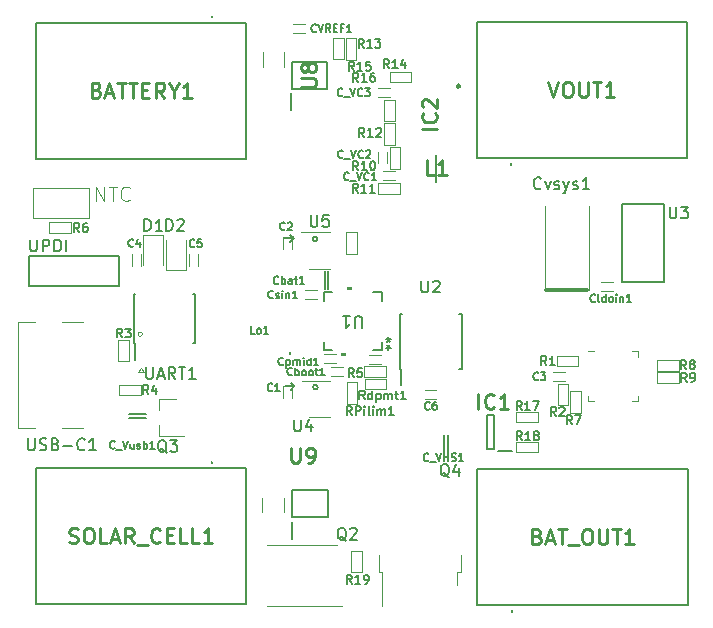
<source format=gbr>
%TF.GenerationSoftware,KiCad,Pcbnew,8.0.6*%
%TF.CreationDate,2024-11-11T10:33:33-08:00*%
%TF.ProjectId,BQ24257,42513234-3235-4372-9e6b-696361645f70,rev?*%
%TF.SameCoordinates,Original*%
%TF.FileFunction,Legend,Top*%
%TF.FilePolarity,Positive*%
%FSLAX46Y46*%
G04 Gerber Fmt 4.6, Leading zero omitted, Abs format (unit mm)*
G04 Created by KiCad (PCBNEW 8.0.6) date 2024-11-11 10:33:33*
%MOMM*%
%LPD*%
G01*
G04 APERTURE LIST*
%ADD10C,0.150000*%
%ADD11C,0.101600*%
%ADD12C,0.162500*%
%ADD13C,0.254000*%
%ADD14C,0.100000*%
%ADD15C,0.120000*%
%ADD16C,0.152400*%
%ADD17C,0.000000*%
%ADD18C,0.200000*%
%ADD19C,0.250000*%
%ADD20C,0.127000*%
%ADD21C,0.300000*%
G04 APERTURE END LIST*
D10*
X57208999Y-116388164D02*
X56958999Y-116031021D01*
X56780428Y-116388164D02*
X56780428Y-115638164D01*
X56780428Y-115638164D02*
X57066142Y-115638164D01*
X57066142Y-115638164D02*
X57137571Y-115673878D01*
X57137571Y-115673878D02*
X57173285Y-115709592D01*
X57173285Y-115709592D02*
X57208999Y-115781021D01*
X57208999Y-115781021D02*
X57208999Y-115888164D01*
X57208999Y-115888164D02*
X57173285Y-115959592D01*
X57173285Y-115959592D02*
X57137571Y-115995307D01*
X57137571Y-115995307D02*
X57066142Y-116031021D01*
X57066142Y-116031021D02*
X56780428Y-116031021D01*
X57887571Y-115638164D02*
X57530428Y-115638164D01*
X57530428Y-115638164D02*
X57494714Y-115995307D01*
X57494714Y-115995307D02*
X57530428Y-115959592D01*
X57530428Y-115959592D02*
X57601857Y-115923878D01*
X57601857Y-115923878D02*
X57780428Y-115923878D01*
X57780428Y-115923878D02*
X57851857Y-115959592D01*
X57851857Y-115959592D02*
X57887571Y-115995307D01*
X57887571Y-115995307D02*
X57923285Y-116066735D01*
X57923285Y-116066735D02*
X57923285Y-116245307D01*
X57923285Y-116245307D02*
X57887571Y-116316735D01*
X57887571Y-116316735D02*
X57851857Y-116352450D01*
X57851857Y-116352450D02*
X57780428Y-116388164D01*
X57780428Y-116388164D02*
X57601857Y-116388164D01*
X57601857Y-116388164D02*
X57530428Y-116352450D01*
X57530428Y-116352450D02*
X57494714Y-116316735D01*
X63515476Y-123430997D02*
X63484524Y-123461950D01*
X63484524Y-123461950D02*
X63391666Y-123492902D01*
X63391666Y-123492902D02*
X63329762Y-123492902D01*
X63329762Y-123492902D02*
X63236905Y-123461950D01*
X63236905Y-123461950D02*
X63175000Y-123400045D01*
X63175000Y-123400045D02*
X63144047Y-123338140D01*
X63144047Y-123338140D02*
X63113095Y-123214330D01*
X63113095Y-123214330D02*
X63113095Y-123121473D01*
X63113095Y-123121473D02*
X63144047Y-122997664D01*
X63144047Y-122997664D02*
X63175000Y-122935759D01*
X63175000Y-122935759D02*
X63236905Y-122873854D01*
X63236905Y-122873854D02*
X63329762Y-122842902D01*
X63329762Y-122842902D02*
X63391666Y-122842902D01*
X63391666Y-122842902D02*
X63484524Y-122873854D01*
X63484524Y-122873854D02*
X63515476Y-122904807D01*
X63639286Y-123554807D02*
X64134524Y-123554807D01*
X64196428Y-122842902D02*
X64413095Y-123492902D01*
X64413095Y-123492902D02*
X64629762Y-122842902D01*
X64846428Y-123492902D02*
X64846428Y-122842902D01*
X64846428Y-123152426D02*
X65217857Y-123152426D01*
X65217857Y-123492902D02*
X65217857Y-122842902D01*
X65496428Y-123461950D02*
X65589285Y-123492902D01*
X65589285Y-123492902D02*
X65744047Y-123492902D01*
X65744047Y-123492902D02*
X65805952Y-123461950D01*
X65805952Y-123461950D02*
X65836904Y-123430997D01*
X65836904Y-123430997D02*
X65867857Y-123369092D01*
X65867857Y-123369092D02*
X65867857Y-123307188D01*
X65867857Y-123307188D02*
X65836904Y-123245283D01*
X65836904Y-123245283D02*
X65805952Y-123214330D01*
X65805952Y-123214330D02*
X65744047Y-123183378D01*
X65744047Y-123183378D02*
X65620238Y-123152426D01*
X65620238Y-123152426D02*
X65558333Y-123121473D01*
X65558333Y-123121473D02*
X65527380Y-123090521D01*
X65527380Y-123090521D02*
X65496428Y-123028616D01*
X65496428Y-123028616D02*
X65496428Y-122966711D01*
X65496428Y-122966711D02*
X65527380Y-122904807D01*
X65527380Y-122904807D02*
X65558333Y-122873854D01*
X65558333Y-122873854D02*
X65620238Y-122842902D01*
X65620238Y-122842902D02*
X65774999Y-122842902D01*
X65774999Y-122842902D02*
X65867857Y-122873854D01*
X66486905Y-123492902D02*
X66115476Y-123492902D01*
X66301190Y-123492902D02*
X66301190Y-122842902D01*
X66301190Y-122842902D02*
X66239286Y-122935759D01*
X66239286Y-122935759D02*
X66177381Y-122997664D01*
X66177381Y-122997664D02*
X66115476Y-123028616D01*
X71427856Y-121739164D02*
X71177856Y-121382021D01*
X70999285Y-121739164D02*
X70999285Y-120989164D01*
X70999285Y-120989164D02*
X71284999Y-120989164D01*
X71284999Y-120989164D02*
X71356428Y-121024878D01*
X71356428Y-121024878D02*
X71392142Y-121060592D01*
X71392142Y-121060592D02*
X71427856Y-121132021D01*
X71427856Y-121132021D02*
X71427856Y-121239164D01*
X71427856Y-121239164D02*
X71392142Y-121310592D01*
X71392142Y-121310592D02*
X71356428Y-121346307D01*
X71356428Y-121346307D02*
X71284999Y-121382021D01*
X71284999Y-121382021D02*
X70999285Y-121382021D01*
X72142142Y-121739164D02*
X71713571Y-121739164D01*
X71927856Y-121739164D02*
X71927856Y-120989164D01*
X71927856Y-120989164D02*
X71856428Y-121096307D01*
X71856428Y-121096307D02*
X71784999Y-121167735D01*
X71784999Y-121167735D02*
X71713571Y-121203450D01*
X72570714Y-121310592D02*
X72499285Y-121274878D01*
X72499285Y-121274878D02*
X72463571Y-121239164D01*
X72463571Y-121239164D02*
X72427857Y-121167735D01*
X72427857Y-121167735D02*
X72427857Y-121132021D01*
X72427857Y-121132021D02*
X72463571Y-121060592D01*
X72463571Y-121060592D02*
X72499285Y-121024878D01*
X72499285Y-121024878D02*
X72570714Y-120989164D01*
X72570714Y-120989164D02*
X72713571Y-120989164D01*
X72713571Y-120989164D02*
X72785000Y-121024878D01*
X72785000Y-121024878D02*
X72820714Y-121060592D01*
X72820714Y-121060592D02*
X72856428Y-121132021D01*
X72856428Y-121132021D02*
X72856428Y-121167735D01*
X72856428Y-121167735D02*
X72820714Y-121239164D01*
X72820714Y-121239164D02*
X72785000Y-121274878D01*
X72785000Y-121274878D02*
X72713571Y-121310592D01*
X72713571Y-121310592D02*
X72570714Y-121310592D01*
X72570714Y-121310592D02*
X72499285Y-121346307D01*
X72499285Y-121346307D02*
X72463571Y-121382021D01*
X72463571Y-121382021D02*
X72427857Y-121453450D01*
X72427857Y-121453450D02*
X72427857Y-121596307D01*
X72427857Y-121596307D02*
X72463571Y-121667735D01*
X72463571Y-121667735D02*
X72499285Y-121703450D01*
X72499285Y-121703450D02*
X72570714Y-121739164D01*
X72570714Y-121739164D02*
X72713571Y-121739164D01*
X72713571Y-121739164D02*
X72785000Y-121703450D01*
X72785000Y-121703450D02*
X72820714Y-121667735D01*
X72820714Y-121667735D02*
X72856428Y-121596307D01*
X72856428Y-121596307D02*
X72856428Y-121453450D01*
X72856428Y-121453450D02*
X72820714Y-121382021D01*
X72820714Y-121382021D02*
X72785000Y-121346307D01*
X72785000Y-121346307D02*
X72713571Y-121310592D01*
X56280476Y-97765997D02*
X56249524Y-97796950D01*
X56249524Y-97796950D02*
X56156666Y-97827902D01*
X56156666Y-97827902D02*
X56094762Y-97827902D01*
X56094762Y-97827902D02*
X56001905Y-97796950D01*
X56001905Y-97796950D02*
X55940000Y-97735045D01*
X55940000Y-97735045D02*
X55909047Y-97673140D01*
X55909047Y-97673140D02*
X55878095Y-97549330D01*
X55878095Y-97549330D02*
X55878095Y-97456473D01*
X55878095Y-97456473D02*
X55909047Y-97332664D01*
X55909047Y-97332664D02*
X55940000Y-97270759D01*
X55940000Y-97270759D02*
X56001905Y-97208854D01*
X56001905Y-97208854D02*
X56094762Y-97177902D01*
X56094762Y-97177902D02*
X56156666Y-97177902D01*
X56156666Y-97177902D02*
X56249524Y-97208854D01*
X56249524Y-97208854D02*
X56280476Y-97239807D01*
X56404286Y-97889807D02*
X56899524Y-97889807D01*
X56961428Y-97177902D02*
X57178095Y-97827902D01*
X57178095Y-97827902D02*
X57394762Y-97177902D01*
X57982857Y-97765997D02*
X57951905Y-97796950D01*
X57951905Y-97796950D02*
X57859047Y-97827902D01*
X57859047Y-97827902D02*
X57797143Y-97827902D01*
X57797143Y-97827902D02*
X57704286Y-97796950D01*
X57704286Y-97796950D02*
X57642381Y-97735045D01*
X57642381Y-97735045D02*
X57611428Y-97673140D01*
X57611428Y-97673140D02*
X57580476Y-97549330D01*
X57580476Y-97549330D02*
X57580476Y-97456473D01*
X57580476Y-97456473D02*
X57611428Y-97332664D01*
X57611428Y-97332664D02*
X57642381Y-97270759D01*
X57642381Y-97270759D02*
X57704286Y-97208854D01*
X57704286Y-97208854D02*
X57797143Y-97177902D01*
X57797143Y-97177902D02*
X57859047Y-97177902D01*
X57859047Y-97177902D02*
X57951905Y-97208854D01*
X57951905Y-97208854D02*
X57982857Y-97239807D01*
X58230476Y-97239807D02*
X58261428Y-97208854D01*
X58261428Y-97208854D02*
X58323333Y-97177902D01*
X58323333Y-97177902D02*
X58478095Y-97177902D01*
X58478095Y-97177902D02*
X58540000Y-97208854D01*
X58540000Y-97208854D02*
X58570952Y-97239807D01*
X58570952Y-97239807D02*
X58601905Y-97301711D01*
X58601905Y-97301711D02*
X58601905Y-97363616D01*
X58601905Y-97363616D02*
X58570952Y-97456473D01*
X58570952Y-97456473D02*
X58199524Y-97827902D01*
X58199524Y-97827902D02*
X58601905Y-97827902D01*
X29612857Y-121574819D02*
X29612857Y-122384342D01*
X29612857Y-122384342D02*
X29660476Y-122479580D01*
X29660476Y-122479580D02*
X29708095Y-122527200D01*
X29708095Y-122527200D02*
X29803333Y-122574819D01*
X29803333Y-122574819D02*
X29993809Y-122574819D01*
X29993809Y-122574819D02*
X30089047Y-122527200D01*
X30089047Y-122527200D02*
X30136666Y-122479580D01*
X30136666Y-122479580D02*
X30184285Y-122384342D01*
X30184285Y-122384342D02*
X30184285Y-121574819D01*
X30612857Y-122527200D02*
X30755714Y-122574819D01*
X30755714Y-122574819D02*
X30993809Y-122574819D01*
X30993809Y-122574819D02*
X31089047Y-122527200D01*
X31089047Y-122527200D02*
X31136666Y-122479580D01*
X31136666Y-122479580D02*
X31184285Y-122384342D01*
X31184285Y-122384342D02*
X31184285Y-122289104D01*
X31184285Y-122289104D02*
X31136666Y-122193866D01*
X31136666Y-122193866D02*
X31089047Y-122146247D01*
X31089047Y-122146247D02*
X30993809Y-122098628D01*
X30993809Y-122098628D02*
X30803333Y-122051009D01*
X30803333Y-122051009D02*
X30708095Y-122003390D01*
X30708095Y-122003390D02*
X30660476Y-121955771D01*
X30660476Y-121955771D02*
X30612857Y-121860533D01*
X30612857Y-121860533D02*
X30612857Y-121765295D01*
X30612857Y-121765295D02*
X30660476Y-121670057D01*
X30660476Y-121670057D02*
X30708095Y-121622438D01*
X30708095Y-121622438D02*
X30803333Y-121574819D01*
X30803333Y-121574819D02*
X31041428Y-121574819D01*
X31041428Y-121574819D02*
X31184285Y-121622438D01*
X31946190Y-122051009D02*
X32089047Y-122098628D01*
X32089047Y-122098628D02*
X32136666Y-122146247D01*
X32136666Y-122146247D02*
X32184285Y-122241485D01*
X32184285Y-122241485D02*
X32184285Y-122384342D01*
X32184285Y-122384342D02*
X32136666Y-122479580D01*
X32136666Y-122479580D02*
X32089047Y-122527200D01*
X32089047Y-122527200D02*
X31993809Y-122574819D01*
X31993809Y-122574819D02*
X31612857Y-122574819D01*
X31612857Y-122574819D02*
X31612857Y-121574819D01*
X31612857Y-121574819D02*
X31946190Y-121574819D01*
X31946190Y-121574819D02*
X32041428Y-121622438D01*
X32041428Y-121622438D02*
X32089047Y-121670057D01*
X32089047Y-121670057D02*
X32136666Y-121765295D01*
X32136666Y-121765295D02*
X32136666Y-121860533D01*
X32136666Y-121860533D02*
X32089047Y-121955771D01*
X32089047Y-121955771D02*
X32041428Y-122003390D01*
X32041428Y-122003390D02*
X31946190Y-122051009D01*
X31946190Y-122051009D02*
X31612857Y-122051009D01*
X32612857Y-122193866D02*
X33374762Y-122193866D01*
X34422380Y-122479580D02*
X34374761Y-122527200D01*
X34374761Y-122527200D02*
X34231904Y-122574819D01*
X34231904Y-122574819D02*
X34136666Y-122574819D01*
X34136666Y-122574819D02*
X33993809Y-122527200D01*
X33993809Y-122527200D02*
X33898571Y-122431961D01*
X33898571Y-122431961D02*
X33850952Y-122336723D01*
X33850952Y-122336723D02*
X33803333Y-122146247D01*
X33803333Y-122146247D02*
X33803333Y-122003390D01*
X33803333Y-122003390D02*
X33850952Y-121812914D01*
X33850952Y-121812914D02*
X33898571Y-121717676D01*
X33898571Y-121717676D02*
X33993809Y-121622438D01*
X33993809Y-121622438D02*
X34136666Y-121574819D01*
X34136666Y-121574819D02*
X34231904Y-121574819D01*
X34231904Y-121574819D02*
X34374761Y-121622438D01*
X34374761Y-121622438D02*
X34422380Y-121670057D01*
X35374761Y-122574819D02*
X34803333Y-122574819D01*
X35089047Y-122574819D02*
X35089047Y-121574819D01*
X35089047Y-121574819D02*
X34993809Y-121717676D01*
X34993809Y-121717676D02*
X34898571Y-121812914D01*
X34898571Y-121812914D02*
X34803333Y-121860533D01*
D11*
X35350729Y-101478668D02*
X35350729Y-100272168D01*
X35350729Y-100272168D02*
X36040158Y-101478668D01*
X36040158Y-101478668D02*
X36040158Y-100272168D01*
X36442324Y-100272168D02*
X37131753Y-100272168D01*
X36787039Y-101478668D02*
X36787039Y-100272168D01*
X38223348Y-101363763D02*
X38165896Y-101421216D01*
X38165896Y-101421216D02*
X37993538Y-101478668D01*
X37993538Y-101478668D02*
X37878634Y-101478668D01*
X37878634Y-101478668D02*
X37706277Y-101421216D01*
X37706277Y-101421216D02*
X37591372Y-101306311D01*
X37591372Y-101306311D02*
X37533919Y-101191406D01*
X37533919Y-101191406D02*
X37476467Y-100961596D01*
X37476467Y-100961596D02*
X37476467Y-100789239D01*
X37476467Y-100789239D02*
X37533919Y-100559430D01*
X37533919Y-100559430D02*
X37591372Y-100444525D01*
X37591372Y-100444525D02*
X37706277Y-100329620D01*
X37706277Y-100329620D02*
X37878634Y-100272168D01*
X37878634Y-100272168D02*
X37993538Y-100272168D01*
X37993538Y-100272168D02*
X38165896Y-100329620D01*
X38165896Y-100329620D02*
X38223348Y-100387073D01*
D10*
X29806191Y-104744819D02*
X29806191Y-105554342D01*
X29806191Y-105554342D02*
X29853810Y-105649580D01*
X29853810Y-105649580D02*
X29901429Y-105697200D01*
X29901429Y-105697200D02*
X29996667Y-105744819D01*
X29996667Y-105744819D02*
X30187143Y-105744819D01*
X30187143Y-105744819D02*
X30282381Y-105697200D01*
X30282381Y-105697200D02*
X30330000Y-105649580D01*
X30330000Y-105649580D02*
X30377619Y-105554342D01*
X30377619Y-105554342D02*
X30377619Y-104744819D01*
X30853810Y-105744819D02*
X30853810Y-104744819D01*
X30853810Y-104744819D02*
X31234762Y-104744819D01*
X31234762Y-104744819D02*
X31330000Y-104792438D01*
X31330000Y-104792438D02*
X31377619Y-104840057D01*
X31377619Y-104840057D02*
X31425238Y-104935295D01*
X31425238Y-104935295D02*
X31425238Y-105078152D01*
X31425238Y-105078152D02*
X31377619Y-105173390D01*
X31377619Y-105173390D02*
X31330000Y-105221009D01*
X31330000Y-105221009D02*
X31234762Y-105268628D01*
X31234762Y-105268628D02*
X30853810Y-105268628D01*
X31853810Y-105744819D02*
X31853810Y-104744819D01*
X31853810Y-104744819D02*
X32091905Y-104744819D01*
X32091905Y-104744819D02*
X32234762Y-104792438D01*
X32234762Y-104792438D02*
X32330000Y-104887676D01*
X32330000Y-104887676D02*
X32377619Y-104982914D01*
X32377619Y-104982914D02*
X32425238Y-105173390D01*
X32425238Y-105173390D02*
X32425238Y-105316247D01*
X32425238Y-105316247D02*
X32377619Y-105506723D01*
X32377619Y-105506723D02*
X32330000Y-105601961D01*
X32330000Y-105601961D02*
X32234762Y-105697200D01*
X32234762Y-105697200D02*
X32091905Y-105744819D01*
X32091905Y-105744819D02*
X31853810Y-105744819D01*
X32853810Y-105744819D02*
X32853810Y-104744819D01*
X51366666Y-103869997D02*
X51335714Y-103900950D01*
X51335714Y-103900950D02*
X51242856Y-103931902D01*
X51242856Y-103931902D02*
X51180952Y-103931902D01*
X51180952Y-103931902D02*
X51088095Y-103900950D01*
X51088095Y-103900950D02*
X51026190Y-103839045D01*
X51026190Y-103839045D02*
X50995237Y-103777140D01*
X50995237Y-103777140D02*
X50964285Y-103653330D01*
X50964285Y-103653330D02*
X50964285Y-103560473D01*
X50964285Y-103560473D02*
X50995237Y-103436664D01*
X50995237Y-103436664D02*
X51026190Y-103374759D01*
X51026190Y-103374759D02*
X51088095Y-103312854D01*
X51088095Y-103312854D02*
X51180952Y-103281902D01*
X51180952Y-103281902D02*
X51242856Y-103281902D01*
X51242856Y-103281902D02*
X51335714Y-103312854D01*
X51335714Y-103312854D02*
X51366666Y-103343807D01*
X51614285Y-103343807D02*
X51645237Y-103312854D01*
X51645237Y-103312854D02*
X51707142Y-103281902D01*
X51707142Y-103281902D02*
X51861904Y-103281902D01*
X51861904Y-103281902D02*
X51923809Y-103312854D01*
X51923809Y-103312854D02*
X51954761Y-103343807D01*
X51954761Y-103343807D02*
X51985714Y-103405711D01*
X51985714Y-103405711D02*
X51985714Y-103467616D01*
X51985714Y-103467616D02*
X51954761Y-103560473D01*
X51954761Y-103560473D02*
X51583333Y-103931902D01*
X51583333Y-103931902D02*
X51985714Y-103931902D01*
X41311905Y-103997319D02*
X41311905Y-102997319D01*
X41311905Y-102997319D02*
X41550000Y-102997319D01*
X41550000Y-102997319D02*
X41692857Y-103044938D01*
X41692857Y-103044938D02*
X41788095Y-103140176D01*
X41788095Y-103140176D02*
X41835714Y-103235414D01*
X41835714Y-103235414D02*
X41883333Y-103425890D01*
X41883333Y-103425890D02*
X41883333Y-103568747D01*
X41883333Y-103568747D02*
X41835714Y-103759223D01*
X41835714Y-103759223D02*
X41788095Y-103854461D01*
X41788095Y-103854461D02*
X41692857Y-103949700D01*
X41692857Y-103949700D02*
X41550000Y-103997319D01*
X41550000Y-103997319D02*
X41311905Y-103997319D01*
X42264286Y-103092557D02*
X42311905Y-103044938D01*
X42311905Y-103044938D02*
X42407143Y-102997319D01*
X42407143Y-102997319D02*
X42645238Y-102997319D01*
X42645238Y-102997319D02*
X42740476Y-103044938D01*
X42740476Y-103044938D02*
X42788095Y-103092557D01*
X42788095Y-103092557D02*
X42835714Y-103187795D01*
X42835714Y-103187795D02*
X42835714Y-103283033D01*
X42835714Y-103283033D02*
X42788095Y-103425890D01*
X42788095Y-103425890D02*
X42216667Y-103997319D01*
X42216667Y-103997319D02*
X42835714Y-103997319D01*
X71412856Y-119189164D02*
X71162856Y-118832021D01*
X70984285Y-119189164D02*
X70984285Y-118439164D01*
X70984285Y-118439164D02*
X71269999Y-118439164D01*
X71269999Y-118439164D02*
X71341428Y-118474878D01*
X71341428Y-118474878D02*
X71377142Y-118510592D01*
X71377142Y-118510592D02*
X71412856Y-118582021D01*
X71412856Y-118582021D02*
X71412856Y-118689164D01*
X71412856Y-118689164D02*
X71377142Y-118760592D01*
X71377142Y-118760592D02*
X71341428Y-118796307D01*
X71341428Y-118796307D02*
X71269999Y-118832021D01*
X71269999Y-118832021D02*
X70984285Y-118832021D01*
X72127142Y-119189164D02*
X71698571Y-119189164D01*
X71912856Y-119189164D02*
X71912856Y-118439164D01*
X71912856Y-118439164D02*
X71841428Y-118546307D01*
X71841428Y-118546307D02*
X71769999Y-118617735D01*
X71769999Y-118617735D02*
X71698571Y-118653450D01*
X72377142Y-118439164D02*
X72877142Y-118439164D01*
X72877142Y-118439164D02*
X72555714Y-119189164D01*
X33974999Y-104109164D02*
X33724999Y-103752021D01*
X33546428Y-104109164D02*
X33546428Y-103359164D01*
X33546428Y-103359164D02*
X33832142Y-103359164D01*
X33832142Y-103359164D02*
X33903571Y-103394878D01*
X33903571Y-103394878D02*
X33939285Y-103430592D01*
X33939285Y-103430592D02*
X33974999Y-103502021D01*
X33974999Y-103502021D02*
X33974999Y-103609164D01*
X33974999Y-103609164D02*
X33939285Y-103680592D01*
X33939285Y-103680592D02*
X33903571Y-103716307D01*
X33903571Y-103716307D02*
X33832142Y-103752021D01*
X33832142Y-103752021D02*
X33546428Y-103752021D01*
X34617857Y-103359164D02*
X34474999Y-103359164D01*
X34474999Y-103359164D02*
X34403571Y-103394878D01*
X34403571Y-103394878D02*
X34367857Y-103430592D01*
X34367857Y-103430592D02*
X34296428Y-103537735D01*
X34296428Y-103537735D02*
X34260714Y-103680592D01*
X34260714Y-103680592D02*
X34260714Y-103966307D01*
X34260714Y-103966307D02*
X34296428Y-104037735D01*
X34296428Y-104037735D02*
X34332142Y-104073450D01*
X34332142Y-104073450D02*
X34403571Y-104109164D01*
X34403571Y-104109164D02*
X34546428Y-104109164D01*
X34546428Y-104109164D02*
X34617857Y-104073450D01*
X34617857Y-104073450D02*
X34653571Y-104037735D01*
X34653571Y-104037735D02*
X34689285Y-103966307D01*
X34689285Y-103966307D02*
X34689285Y-103787735D01*
X34689285Y-103787735D02*
X34653571Y-103716307D01*
X34653571Y-103716307D02*
X34617857Y-103680592D01*
X34617857Y-103680592D02*
X34546428Y-103644878D01*
X34546428Y-103644878D02*
X34403571Y-103644878D01*
X34403571Y-103644878D02*
X34332142Y-103680592D01*
X34332142Y-103680592D02*
X34296428Y-103716307D01*
X34296428Y-103716307D02*
X34260714Y-103787735D01*
X57865904Y-112211580D02*
X57865904Y-111402057D01*
X57865904Y-111402057D02*
X57818285Y-111306819D01*
X57818285Y-111306819D02*
X57770666Y-111259200D01*
X57770666Y-111259200D02*
X57675428Y-111211580D01*
X57675428Y-111211580D02*
X57484952Y-111211580D01*
X57484952Y-111211580D02*
X57389714Y-111259200D01*
X57389714Y-111259200D02*
X57342095Y-111306819D01*
X57342095Y-111306819D02*
X57294476Y-111402057D01*
X57294476Y-111402057D02*
X57294476Y-112211580D01*
X56294476Y-111211580D02*
X56865904Y-111211580D01*
X56580190Y-111211580D02*
X56580190Y-112211580D01*
X56580190Y-112211580D02*
X56675428Y-112068723D01*
X56675428Y-112068723D02*
X56770666Y-111973485D01*
X56770666Y-111973485D02*
X56865904Y-111925866D01*
X60138999Y-114092580D02*
X60138999Y-113854485D01*
X60377094Y-113949723D02*
X60138999Y-113854485D01*
X60138999Y-113854485D02*
X59900904Y-113949723D01*
X60281856Y-113664009D02*
X60138999Y-113854485D01*
X60138999Y-113854485D02*
X59996142Y-113664009D01*
X60139000Y-113002219D02*
X60139000Y-113240314D01*
X59900905Y-113145076D02*
X60139000Y-113240314D01*
X60139000Y-113240314D02*
X60377095Y-113145076D01*
X59996143Y-113430790D02*
X60139000Y-113240314D01*
X60139000Y-113240314D02*
X60281857Y-113430790D01*
X56230476Y-92530997D02*
X56199524Y-92561950D01*
X56199524Y-92561950D02*
X56106666Y-92592902D01*
X56106666Y-92592902D02*
X56044762Y-92592902D01*
X56044762Y-92592902D02*
X55951905Y-92561950D01*
X55951905Y-92561950D02*
X55890000Y-92500045D01*
X55890000Y-92500045D02*
X55859047Y-92438140D01*
X55859047Y-92438140D02*
X55828095Y-92314330D01*
X55828095Y-92314330D02*
X55828095Y-92221473D01*
X55828095Y-92221473D02*
X55859047Y-92097664D01*
X55859047Y-92097664D02*
X55890000Y-92035759D01*
X55890000Y-92035759D02*
X55951905Y-91973854D01*
X55951905Y-91973854D02*
X56044762Y-91942902D01*
X56044762Y-91942902D02*
X56106666Y-91942902D01*
X56106666Y-91942902D02*
X56199524Y-91973854D01*
X56199524Y-91973854D02*
X56230476Y-92004807D01*
X56354286Y-92654807D02*
X56849524Y-92654807D01*
X56911428Y-91942902D02*
X57128095Y-92592902D01*
X57128095Y-92592902D02*
X57344762Y-91942902D01*
X57932857Y-92530997D02*
X57901905Y-92561950D01*
X57901905Y-92561950D02*
X57809047Y-92592902D01*
X57809047Y-92592902D02*
X57747143Y-92592902D01*
X57747143Y-92592902D02*
X57654286Y-92561950D01*
X57654286Y-92561950D02*
X57592381Y-92500045D01*
X57592381Y-92500045D02*
X57561428Y-92438140D01*
X57561428Y-92438140D02*
X57530476Y-92314330D01*
X57530476Y-92314330D02*
X57530476Y-92221473D01*
X57530476Y-92221473D02*
X57561428Y-92097664D01*
X57561428Y-92097664D02*
X57592381Y-92035759D01*
X57592381Y-92035759D02*
X57654286Y-91973854D01*
X57654286Y-91973854D02*
X57747143Y-91942902D01*
X57747143Y-91942902D02*
X57809047Y-91942902D01*
X57809047Y-91942902D02*
X57901905Y-91973854D01*
X57901905Y-91973854D02*
X57932857Y-92004807D01*
X58149524Y-91942902D02*
X58551905Y-91942902D01*
X58551905Y-91942902D02*
X58335238Y-92190521D01*
X58335238Y-92190521D02*
X58428095Y-92190521D01*
X58428095Y-92190521D02*
X58490000Y-92221473D01*
X58490000Y-92221473D02*
X58520952Y-92252426D01*
X58520952Y-92252426D02*
X58551905Y-92314330D01*
X58551905Y-92314330D02*
X58551905Y-92469092D01*
X58551905Y-92469092D02*
X58520952Y-92530997D01*
X58520952Y-92530997D02*
X58490000Y-92561950D01*
X58490000Y-92561950D02*
X58428095Y-92592902D01*
X58428095Y-92592902D02*
X58242381Y-92592902D01*
X58242381Y-92592902D02*
X58180476Y-92561950D01*
X58180476Y-92561950D02*
X58149524Y-92530997D01*
X85359999Y-115709164D02*
X85109999Y-115352021D01*
X84931428Y-115709164D02*
X84931428Y-114959164D01*
X84931428Y-114959164D02*
X85217142Y-114959164D01*
X85217142Y-114959164D02*
X85288571Y-114994878D01*
X85288571Y-114994878D02*
X85324285Y-115030592D01*
X85324285Y-115030592D02*
X85359999Y-115102021D01*
X85359999Y-115102021D02*
X85359999Y-115209164D01*
X85359999Y-115209164D02*
X85324285Y-115280592D01*
X85324285Y-115280592D02*
X85288571Y-115316307D01*
X85288571Y-115316307D02*
X85217142Y-115352021D01*
X85217142Y-115352021D02*
X84931428Y-115352021D01*
X85788571Y-115280592D02*
X85717142Y-115244878D01*
X85717142Y-115244878D02*
X85681428Y-115209164D01*
X85681428Y-115209164D02*
X85645714Y-115137735D01*
X85645714Y-115137735D02*
X85645714Y-115102021D01*
X85645714Y-115102021D02*
X85681428Y-115030592D01*
X85681428Y-115030592D02*
X85717142Y-114994878D01*
X85717142Y-114994878D02*
X85788571Y-114959164D01*
X85788571Y-114959164D02*
X85931428Y-114959164D01*
X85931428Y-114959164D02*
X86002857Y-114994878D01*
X86002857Y-114994878D02*
X86038571Y-115030592D01*
X86038571Y-115030592D02*
X86074285Y-115102021D01*
X86074285Y-115102021D02*
X86074285Y-115137735D01*
X86074285Y-115137735D02*
X86038571Y-115209164D01*
X86038571Y-115209164D02*
X86002857Y-115244878D01*
X86002857Y-115244878D02*
X85931428Y-115280592D01*
X85931428Y-115280592D02*
X85788571Y-115280592D01*
X85788571Y-115280592D02*
X85717142Y-115316307D01*
X85717142Y-115316307D02*
X85681428Y-115352021D01*
X85681428Y-115352021D02*
X85645714Y-115423450D01*
X85645714Y-115423450D02*
X85645714Y-115566307D01*
X85645714Y-115566307D02*
X85681428Y-115637735D01*
X85681428Y-115637735D02*
X85717142Y-115673450D01*
X85717142Y-115673450D02*
X85788571Y-115709164D01*
X85788571Y-115709164D02*
X85931428Y-115709164D01*
X85931428Y-115709164D02*
X86002857Y-115673450D01*
X86002857Y-115673450D02*
X86038571Y-115637735D01*
X86038571Y-115637735D02*
X86074285Y-115566307D01*
X86074285Y-115566307D02*
X86074285Y-115423450D01*
X86074285Y-115423450D02*
X86038571Y-115352021D01*
X86038571Y-115352021D02*
X86002857Y-115316307D01*
X86002857Y-115316307D02*
X85931428Y-115280592D01*
X56770476Y-99645997D02*
X56739524Y-99676950D01*
X56739524Y-99676950D02*
X56646666Y-99707902D01*
X56646666Y-99707902D02*
X56584762Y-99707902D01*
X56584762Y-99707902D02*
X56491905Y-99676950D01*
X56491905Y-99676950D02*
X56430000Y-99615045D01*
X56430000Y-99615045D02*
X56399047Y-99553140D01*
X56399047Y-99553140D02*
X56368095Y-99429330D01*
X56368095Y-99429330D02*
X56368095Y-99336473D01*
X56368095Y-99336473D02*
X56399047Y-99212664D01*
X56399047Y-99212664D02*
X56430000Y-99150759D01*
X56430000Y-99150759D02*
X56491905Y-99088854D01*
X56491905Y-99088854D02*
X56584762Y-99057902D01*
X56584762Y-99057902D02*
X56646666Y-99057902D01*
X56646666Y-99057902D02*
X56739524Y-99088854D01*
X56739524Y-99088854D02*
X56770476Y-99119807D01*
X56894286Y-99769807D02*
X57389524Y-99769807D01*
X57451428Y-99057902D02*
X57668095Y-99707902D01*
X57668095Y-99707902D02*
X57884762Y-99057902D01*
X58472857Y-99645997D02*
X58441905Y-99676950D01*
X58441905Y-99676950D02*
X58349047Y-99707902D01*
X58349047Y-99707902D02*
X58287143Y-99707902D01*
X58287143Y-99707902D02*
X58194286Y-99676950D01*
X58194286Y-99676950D02*
X58132381Y-99615045D01*
X58132381Y-99615045D02*
X58101428Y-99553140D01*
X58101428Y-99553140D02*
X58070476Y-99429330D01*
X58070476Y-99429330D02*
X58070476Y-99336473D01*
X58070476Y-99336473D02*
X58101428Y-99212664D01*
X58101428Y-99212664D02*
X58132381Y-99150759D01*
X58132381Y-99150759D02*
X58194286Y-99088854D01*
X58194286Y-99088854D02*
X58287143Y-99057902D01*
X58287143Y-99057902D02*
X58349047Y-99057902D01*
X58349047Y-99057902D02*
X58441905Y-99088854D01*
X58441905Y-99088854D02*
X58472857Y-99119807D01*
X59091905Y-99707902D02*
X58720476Y-99707902D01*
X58906190Y-99707902D02*
X58906190Y-99057902D01*
X58906190Y-99057902D02*
X58844286Y-99150759D01*
X58844286Y-99150759D02*
X58782381Y-99212664D01*
X58782381Y-99212664D02*
X58720476Y-99243616D01*
X39824999Y-117809164D02*
X39574999Y-117452021D01*
X39396428Y-117809164D02*
X39396428Y-117059164D01*
X39396428Y-117059164D02*
X39682142Y-117059164D01*
X39682142Y-117059164D02*
X39753571Y-117094878D01*
X39753571Y-117094878D02*
X39789285Y-117130592D01*
X39789285Y-117130592D02*
X39824999Y-117202021D01*
X39824999Y-117202021D02*
X39824999Y-117309164D01*
X39824999Y-117309164D02*
X39789285Y-117380592D01*
X39789285Y-117380592D02*
X39753571Y-117416307D01*
X39753571Y-117416307D02*
X39682142Y-117452021D01*
X39682142Y-117452021D02*
X39396428Y-117452021D01*
X40467857Y-117309164D02*
X40467857Y-117809164D01*
X40289285Y-117023450D02*
X40110714Y-117559164D01*
X40110714Y-117559164D02*
X40574999Y-117559164D01*
D12*
X48818619Y-112699852D02*
X48509095Y-112699852D01*
X48509095Y-112699852D02*
X48509095Y-112049852D01*
X49128143Y-112699852D02*
X49066238Y-112668900D01*
X49066238Y-112668900D02*
X49035285Y-112637947D01*
X49035285Y-112637947D02*
X49004333Y-112576042D01*
X49004333Y-112576042D02*
X49004333Y-112390328D01*
X49004333Y-112390328D02*
X49035285Y-112328423D01*
X49035285Y-112328423D02*
X49066238Y-112297471D01*
X49066238Y-112297471D02*
X49128143Y-112266519D01*
X49128143Y-112266519D02*
X49221000Y-112266519D01*
X49221000Y-112266519D02*
X49282904Y-112297471D01*
X49282904Y-112297471D02*
X49313857Y-112328423D01*
X49313857Y-112328423D02*
X49344809Y-112390328D01*
X49344809Y-112390328D02*
X49344809Y-112576042D01*
X49344809Y-112576042D02*
X49313857Y-112637947D01*
X49313857Y-112637947D02*
X49282904Y-112668900D01*
X49282904Y-112668900D02*
X49221000Y-112699852D01*
X49221000Y-112699852D02*
X49128143Y-112699852D01*
X49963857Y-112699852D02*
X49592428Y-112699852D01*
X49778142Y-112699852D02*
X49778142Y-112049852D01*
X49778142Y-112049852D02*
X49716238Y-112142709D01*
X49716238Y-112142709D02*
X49654333Y-112204614D01*
X49654333Y-112204614D02*
X49592428Y-112235566D01*
D10*
X58107856Y-96039164D02*
X57857856Y-95682021D01*
X57679285Y-96039164D02*
X57679285Y-95289164D01*
X57679285Y-95289164D02*
X57964999Y-95289164D01*
X57964999Y-95289164D02*
X58036428Y-95324878D01*
X58036428Y-95324878D02*
X58072142Y-95360592D01*
X58072142Y-95360592D02*
X58107856Y-95432021D01*
X58107856Y-95432021D02*
X58107856Y-95539164D01*
X58107856Y-95539164D02*
X58072142Y-95610592D01*
X58072142Y-95610592D02*
X58036428Y-95646307D01*
X58036428Y-95646307D02*
X57964999Y-95682021D01*
X57964999Y-95682021D02*
X57679285Y-95682021D01*
X58822142Y-96039164D02*
X58393571Y-96039164D01*
X58607856Y-96039164D02*
X58607856Y-95289164D01*
X58607856Y-95289164D02*
X58536428Y-95396307D01*
X58536428Y-95396307D02*
X58464999Y-95467735D01*
X58464999Y-95467735D02*
X58393571Y-95503450D01*
X59107857Y-95360592D02*
X59143571Y-95324878D01*
X59143571Y-95324878D02*
X59215000Y-95289164D01*
X59215000Y-95289164D02*
X59393571Y-95289164D01*
X59393571Y-95289164D02*
X59465000Y-95324878D01*
X59465000Y-95324878D02*
X59500714Y-95360592D01*
X59500714Y-95360592D02*
X59536428Y-95432021D01*
X59536428Y-95432021D02*
X59536428Y-95503450D01*
X59536428Y-95503450D02*
X59500714Y-95610592D01*
X59500714Y-95610592D02*
X59072142Y-96039164D01*
X59072142Y-96039164D02*
X59536428Y-96039164D01*
X57587856Y-98844164D02*
X57337856Y-98487021D01*
X57159285Y-98844164D02*
X57159285Y-98094164D01*
X57159285Y-98094164D02*
X57444999Y-98094164D01*
X57444999Y-98094164D02*
X57516428Y-98129878D01*
X57516428Y-98129878D02*
X57552142Y-98165592D01*
X57552142Y-98165592D02*
X57587856Y-98237021D01*
X57587856Y-98237021D02*
X57587856Y-98344164D01*
X57587856Y-98344164D02*
X57552142Y-98415592D01*
X57552142Y-98415592D02*
X57516428Y-98451307D01*
X57516428Y-98451307D02*
X57444999Y-98487021D01*
X57444999Y-98487021D02*
X57159285Y-98487021D01*
X58302142Y-98844164D02*
X57873571Y-98844164D01*
X58087856Y-98844164D02*
X58087856Y-98094164D01*
X58087856Y-98094164D02*
X58016428Y-98201307D01*
X58016428Y-98201307D02*
X57944999Y-98272735D01*
X57944999Y-98272735D02*
X57873571Y-98308450D01*
X58766428Y-98094164D02*
X58837857Y-98094164D01*
X58837857Y-98094164D02*
X58909285Y-98129878D01*
X58909285Y-98129878D02*
X58945000Y-98165592D01*
X58945000Y-98165592D02*
X58980714Y-98237021D01*
X58980714Y-98237021D02*
X59016428Y-98379878D01*
X59016428Y-98379878D02*
X59016428Y-98558450D01*
X59016428Y-98558450D02*
X58980714Y-98701307D01*
X58980714Y-98701307D02*
X58945000Y-98772735D01*
X58945000Y-98772735D02*
X58909285Y-98808450D01*
X58909285Y-98808450D02*
X58837857Y-98844164D01*
X58837857Y-98844164D02*
X58766428Y-98844164D01*
X58766428Y-98844164D02*
X58695000Y-98808450D01*
X58695000Y-98808450D02*
X58659285Y-98772735D01*
X58659285Y-98772735D02*
X58623571Y-98701307D01*
X58623571Y-98701307D02*
X58587857Y-98558450D01*
X58587857Y-98558450D02*
X58587857Y-98379878D01*
X58587857Y-98379878D02*
X58623571Y-98237021D01*
X58623571Y-98237021D02*
X58659285Y-98165592D01*
X58659285Y-98165592D02*
X58695000Y-98129878D01*
X58695000Y-98129878D02*
X58766428Y-98094164D01*
X43711666Y-105313497D02*
X43680714Y-105344450D01*
X43680714Y-105344450D02*
X43587856Y-105375402D01*
X43587856Y-105375402D02*
X43525952Y-105375402D01*
X43525952Y-105375402D02*
X43433095Y-105344450D01*
X43433095Y-105344450D02*
X43371190Y-105282545D01*
X43371190Y-105282545D02*
X43340237Y-105220640D01*
X43340237Y-105220640D02*
X43309285Y-105096830D01*
X43309285Y-105096830D02*
X43309285Y-105003973D01*
X43309285Y-105003973D02*
X43340237Y-104880164D01*
X43340237Y-104880164D02*
X43371190Y-104818259D01*
X43371190Y-104818259D02*
X43433095Y-104756354D01*
X43433095Y-104756354D02*
X43525952Y-104725402D01*
X43525952Y-104725402D02*
X43587856Y-104725402D01*
X43587856Y-104725402D02*
X43680714Y-104756354D01*
X43680714Y-104756354D02*
X43711666Y-104787307D01*
X44299761Y-104725402D02*
X43990237Y-104725402D01*
X43990237Y-104725402D02*
X43959285Y-105034926D01*
X43959285Y-105034926D02*
X43990237Y-105003973D01*
X43990237Y-105003973D02*
X44052142Y-104973021D01*
X44052142Y-104973021D02*
X44206904Y-104973021D01*
X44206904Y-104973021D02*
X44268809Y-105003973D01*
X44268809Y-105003973D02*
X44299761Y-105034926D01*
X44299761Y-105034926D02*
X44330714Y-105096830D01*
X44330714Y-105096830D02*
X44330714Y-105251592D01*
X44330714Y-105251592D02*
X44299761Y-105313497D01*
X44299761Y-105313497D02*
X44268809Y-105344450D01*
X44268809Y-105344450D02*
X44206904Y-105375402D01*
X44206904Y-105375402D02*
X44052142Y-105375402D01*
X44052142Y-105375402D02*
X43990237Y-105344450D01*
X43990237Y-105344450D02*
X43959285Y-105313497D01*
D13*
X64234318Y-95369762D02*
X62964318Y-95369762D01*
X64113365Y-94039285D02*
X64173842Y-94099761D01*
X64173842Y-94099761D02*
X64234318Y-94281190D01*
X64234318Y-94281190D02*
X64234318Y-94402142D01*
X64234318Y-94402142D02*
X64173842Y-94583571D01*
X64173842Y-94583571D02*
X64052889Y-94704523D01*
X64052889Y-94704523D02*
X63931937Y-94765000D01*
X63931937Y-94765000D02*
X63690032Y-94825476D01*
X63690032Y-94825476D02*
X63508603Y-94825476D01*
X63508603Y-94825476D02*
X63266699Y-94765000D01*
X63266699Y-94765000D02*
X63145746Y-94704523D01*
X63145746Y-94704523D02*
X63024794Y-94583571D01*
X63024794Y-94583571D02*
X62964318Y-94402142D01*
X62964318Y-94402142D02*
X62964318Y-94281190D01*
X62964318Y-94281190D02*
X63024794Y-94099761D01*
X63024794Y-94099761D02*
X63085270Y-94039285D01*
X63085270Y-93555476D02*
X63024794Y-93495000D01*
X63024794Y-93495000D02*
X62964318Y-93374047D01*
X62964318Y-93374047D02*
X62964318Y-93071666D01*
X62964318Y-93071666D02*
X63024794Y-92950714D01*
X63024794Y-92950714D02*
X63085270Y-92890238D01*
X63085270Y-92890238D02*
X63206222Y-92829761D01*
X63206222Y-92829761D02*
X63327175Y-92829761D01*
X63327175Y-92829761D02*
X63508603Y-92890238D01*
X63508603Y-92890238D02*
X64234318Y-93615952D01*
X64234318Y-93615952D02*
X64234318Y-92829761D01*
D10*
X60197856Y-90239164D02*
X59947856Y-89882021D01*
X59769285Y-90239164D02*
X59769285Y-89489164D01*
X59769285Y-89489164D02*
X60054999Y-89489164D01*
X60054999Y-89489164D02*
X60126428Y-89524878D01*
X60126428Y-89524878D02*
X60162142Y-89560592D01*
X60162142Y-89560592D02*
X60197856Y-89632021D01*
X60197856Y-89632021D02*
X60197856Y-89739164D01*
X60197856Y-89739164D02*
X60162142Y-89810592D01*
X60162142Y-89810592D02*
X60126428Y-89846307D01*
X60126428Y-89846307D02*
X60054999Y-89882021D01*
X60054999Y-89882021D02*
X59769285Y-89882021D01*
X60912142Y-90239164D02*
X60483571Y-90239164D01*
X60697856Y-90239164D02*
X60697856Y-89489164D01*
X60697856Y-89489164D02*
X60626428Y-89596307D01*
X60626428Y-89596307D02*
X60554999Y-89667735D01*
X60554999Y-89667735D02*
X60483571Y-89703450D01*
X61555000Y-89739164D02*
X61555000Y-90239164D01*
X61376428Y-89453450D02*
X61197857Y-89989164D01*
X61197857Y-89989164D02*
X61662142Y-89989164D01*
D13*
X35430238Y-92059080D02*
X35611666Y-92119556D01*
X35611666Y-92119556D02*
X35672143Y-92180032D01*
X35672143Y-92180032D02*
X35732619Y-92300984D01*
X35732619Y-92300984D02*
X35732619Y-92482413D01*
X35732619Y-92482413D02*
X35672143Y-92603365D01*
X35672143Y-92603365D02*
X35611666Y-92663842D01*
X35611666Y-92663842D02*
X35490714Y-92724318D01*
X35490714Y-92724318D02*
X35006904Y-92724318D01*
X35006904Y-92724318D02*
X35006904Y-91454318D01*
X35006904Y-91454318D02*
X35430238Y-91454318D01*
X35430238Y-91454318D02*
X35551190Y-91514794D01*
X35551190Y-91514794D02*
X35611666Y-91575270D01*
X35611666Y-91575270D02*
X35672143Y-91696222D01*
X35672143Y-91696222D02*
X35672143Y-91817175D01*
X35672143Y-91817175D02*
X35611666Y-91938127D01*
X35611666Y-91938127D02*
X35551190Y-91998603D01*
X35551190Y-91998603D02*
X35430238Y-92059080D01*
X35430238Y-92059080D02*
X35006904Y-92059080D01*
X36216428Y-92361461D02*
X36821190Y-92361461D01*
X36095476Y-92724318D02*
X36518809Y-91454318D01*
X36518809Y-91454318D02*
X36942143Y-92724318D01*
X37184047Y-91454318D02*
X37909761Y-91454318D01*
X37546904Y-92724318D02*
X37546904Y-91454318D01*
X38151666Y-91454318D02*
X38877380Y-91454318D01*
X38514523Y-92724318D02*
X38514523Y-91454318D01*
X39300713Y-92059080D02*
X39724047Y-92059080D01*
X39905475Y-92724318D02*
X39300713Y-92724318D01*
X39300713Y-92724318D02*
X39300713Y-91454318D01*
X39300713Y-91454318D02*
X39905475Y-91454318D01*
X41175476Y-92724318D02*
X40752142Y-92119556D01*
X40449761Y-92724318D02*
X40449761Y-91454318D01*
X40449761Y-91454318D02*
X40933571Y-91454318D01*
X40933571Y-91454318D02*
X41054523Y-91514794D01*
X41054523Y-91514794D02*
X41115000Y-91575270D01*
X41115000Y-91575270D02*
X41175476Y-91696222D01*
X41175476Y-91696222D02*
X41175476Y-91877651D01*
X41175476Y-91877651D02*
X41115000Y-91998603D01*
X41115000Y-91998603D02*
X41054523Y-92059080D01*
X41054523Y-92059080D02*
X40933571Y-92119556D01*
X40933571Y-92119556D02*
X40449761Y-92119556D01*
X41961666Y-92119556D02*
X41961666Y-92724318D01*
X41538333Y-91454318D02*
X41961666Y-92119556D01*
X41961666Y-92119556D02*
X42385000Y-91454318D01*
X43473571Y-92724318D02*
X42747856Y-92724318D01*
X43110713Y-92724318D02*
X43110713Y-91454318D01*
X43110713Y-91454318D02*
X42989761Y-91635746D01*
X42989761Y-91635746D02*
X42868809Y-91756699D01*
X42868809Y-91756699D02*
X42747856Y-91817175D01*
D10*
X85379999Y-116779164D02*
X85129999Y-116422021D01*
X84951428Y-116779164D02*
X84951428Y-116029164D01*
X84951428Y-116029164D02*
X85237142Y-116029164D01*
X85237142Y-116029164D02*
X85308571Y-116064878D01*
X85308571Y-116064878D02*
X85344285Y-116100592D01*
X85344285Y-116100592D02*
X85379999Y-116172021D01*
X85379999Y-116172021D02*
X85379999Y-116279164D01*
X85379999Y-116279164D02*
X85344285Y-116350592D01*
X85344285Y-116350592D02*
X85308571Y-116386307D01*
X85308571Y-116386307D02*
X85237142Y-116422021D01*
X85237142Y-116422021D02*
X84951428Y-116422021D01*
X85737142Y-116779164D02*
X85879999Y-116779164D01*
X85879999Y-116779164D02*
X85951428Y-116743450D01*
X85951428Y-116743450D02*
X85987142Y-116707735D01*
X85987142Y-116707735D02*
X86058571Y-116600592D01*
X86058571Y-116600592D02*
X86094285Y-116457735D01*
X86094285Y-116457735D02*
X86094285Y-116172021D01*
X86094285Y-116172021D02*
X86058571Y-116100592D01*
X86058571Y-116100592D02*
X86022857Y-116064878D01*
X86022857Y-116064878D02*
X85951428Y-116029164D01*
X85951428Y-116029164D02*
X85808571Y-116029164D01*
X85808571Y-116029164D02*
X85737142Y-116064878D01*
X85737142Y-116064878D02*
X85701428Y-116100592D01*
X85701428Y-116100592D02*
X85665714Y-116172021D01*
X85665714Y-116172021D02*
X85665714Y-116350592D01*
X85665714Y-116350592D02*
X85701428Y-116422021D01*
X85701428Y-116422021D02*
X85737142Y-116457735D01*
X85737142Y-116457735D02*
X85808571Y-116493450D01*
X85808571Y-116493450D02*
X85951428Y-116493450D01*
X85951428Y-116493450D02*
X86022857Y-116457735D01*
X86022857Y-116457735D02*
X86058571Y-116422021D01*
X86058571Y-116422021D02*
X86094285Y-116350592D01*
X39618571Y-115537319D02*
X39618571Y-116346842D01*
X39618571Y-116346842D02*
X39666190Y-116442080D01*
X39666190Y-116442080D02*
X39713809Y-116489700D01*
X39713809Y-116489700D02*
X39809047Y-116537319D01*
X39809047Y-116537319D02*
X39999523Y-116537319D01*
X39999523Y-116537319D02*
X40094761Y-116489700D01*
X40094761Y-116489700D02*
X40142380Y-116442080D01*
X40142380Y-116442080D02*
X40189999Y-116346842D01*
X40189999Y-116346842D02*
X40189999Y-115537319D01*
X40618571Y-116251604D02*
X41094761Y-116251604D01*
X40523333Y-116537319D02*
X40856666Y-115537319D01*
X40856666Y-115537319D02*
X41189999Y-116537319D01*
X42094761Y-116537319D02*
X41761428Y-116061128D01*
X41523333Y-116537319D02*
X41523333Y-115537319D01*
X41523333Y-115537319D02*
X41904285Y-115537319D01*
X41904285Y-115537319D02*
X41999523Y-115584938D01*
X41999523Y-115584938D02*
X42047142Y-115632557D01*
X42047142Y-115632557D02*
X42094761Y-115727795D01*
X42094761Y-115727795D02*
X42094761Y-115870652D01*
X42094761Y-115870652D02*
X42047142Y-115965890D01*
X42047142Y-115965890D02*
X41999523Y-116013509D01*
X41999523Y-116013509D02*
X41904285Y-116061128D01*
X41904285Y-116061128D02*
X41523333Y-116061128D01*
X42380476Y-115537319D02*
X42951904Y-115537319D01*
X42666190Y-116537319D02*
X42666190Y-115537319D01*
X43809047Y-116537319D02*
X43237619Y-116537319D01*
X43523333Y-116537319D02*
X43523333Y-115537319D01*
X43523333Y-115537319D02*
X43428095Y-115680176D01*
X43428095Y-115680176D02*
X43332857Y-115775414D01*
X43332857Y-115775414D02*
X43237619Y-115823033D01*
X38511666Y-105293497D02*
X38480714Y-105324450D01*
X38480714Y-105324450D02*
X38387856Y-105355402D01*
X38387856Y-105355402D02*
X38325952Y-105355402D01*
X38325952Y-105355402D02*
X38233095Y-105324450D01*
X38233095Y-105324450D02*
X38171190Y-105262545D01*
X38171190Y-105262545D02*
X38140237Y-105200640D01*
X38140237Y-105200640D02*
X38109285Y-105076830D01*
X38109285Y-105076830D02*
X38109285Y-104983973D01*
X38109285Y-104983973D02*
X38140237Y-104860164D01*
X38140237Y-104860164D02*
X38171190Y-104798259D01*
X38171190Y-104798259D02*
X38233095Y-104736354D01*
X38233095Y-104736354D02*
X38325952Y-104705402D01*
X38325952Y-104705402D02*
X38387856Y-104705402D01*
X38387856Y-104705402D02*
X38480714Y-104736354D01*
X38480714Y-104736354D02*
X38511666Y-104767307D01*
X39068809Y-104922069D02*
X39068809Y-105355402D01*
X38914047Y-104674450D02*
X38759285Y-105138735D01*
X38759285Y-105138735D02*
X39161666Y-105138735D01*
X65284761Y-124850057D02*
X65189523Y-124802438D01*
X65189523Y-124802438D02*
X65094285Y-124707200D01*
X65094285Y-124707200D02*
X64951428Y-124564342D01*
X64951428Y-124564342D02*
X64856190Y-124516723D01*
X64856190Y-124516723D02*
X64760952Y-124516723D01*
X64808571Y-124754819D02*
X64713333Y-124707200D01*
X64713333Y-124707200D02*
X64618095Y-124611961D01*
X64618095Y-124611961D02*
X64570476Y-124421485D01*
X64570476Y-124421485D02*
X64570476Y-124088152D01*
X64570476Y-124088152D02*
X64618095Y-123897676D01*
X64618095Y-123897676D02*
X64713333Y-123802438D01*
X64713333Y-123802438D02*
X64808571Y-123754819D01*
X64808571Y-123754819D02*
X64999047Y-123754819D01*
X64999047Y-123754819D02*
X65094285Y-123802438D01*
X65094285Y-123802438D02*
X65189523Y-123897676D01*
X65189523Y-123897676D02*
X65237142Y-124088152D01*
X65237142Y-124088152D02*
X65237142Y-124421485D01*
X65237142Y-124421485D02*
X65189523Y-124611961D01*
X65189523Y-124611961D02*
X65094285Y-124707200D01*
X65094285Y-124707200D02*
X64999047Y-124754819D01*
X64999047Y-124754819D02*
X64808571Y-124754819D01*
X66094285Y-124088152D02*
X66094285Y-124754819D01*
X65856190Y-123707200D02*
X65618095Y-124421485D01*
X65618095Y-124421485D02*
X66237142Y-124421485D01*
X57035428Y-119595564D02*
X56785428Y-119238421D01*
X56606857Y-119595564D02*
X56606857Y-118845564D01*
X56606857Y-118845564D02*
X56892571Y-118845564D01*
X56892571Y-118845564D02*
X56964000Y-118881278D01*
X56964000Y-118881278D02*
X56999714Y-118916992D01*
X56999714Y-118916992D02*
X57035428Y-118988421D01*
X57035428Y-118988421D02*
X57035428Y-119095564D01*
X57035428Y-119095564D02*
X56999714Y-119166992D01*
X56999714Y-119166992D02*
X56964000Y-119202707D01*
X56964000Y-119202707D02*
X56892571Y-119238421D01*
X56892571Y-119238421D02*
X56606857Y-119238421D01*
X57356857Y-119595564D02*
X57356857Y-118845564D01*
X57356857Y-118845564D02*
X57642571Y-118845564D01*
X57642571Y-118845564D02*
X57714000Y-118881278D01*
X57714000Y-118881278D02*
X57749714Y-118916992D01*
X57749714Y-118916992D02*
X57785428Y-118988421D01*
X57785428Y-118988421D02*
X57785428Y-119095564D01*
X57785428Y-119095564D02*
X57749714Y-119166992D01*
X57749714Y-119166992D02*
X57714000Y-119202707D01*
X57714000Y-119202707D02*
X57642571Y-119238421D01*
X57642571Y-119238421D02*
X57356857Y-119238421D01*
X58106857Y-119595564D02*
X58106857Y-119095564D01*
X58106857Y-118845564D02*
X58071143Y-118881278D01*
X58071143Y-118881278D02*
X58106857Y-118916992D01*
X58106857Y-118916992D02*
X58142571Y-118881278D01*
X58142571Y-118881278D02*
X58106857Y-118845564D01*
X58106857Y-118845564D02*
X58106857Y-118916992D01*
X58571143Y-119595564D02*
X58499714Y-119559850D01*
X58499714Y-119559850D02*
X58464000Y-119488421D01*
X58464000Y-119488421D02*
X58464000Y-118845564D01*
X58856857Y-119595564D02*
X58856857Y-119095564D01*
X58856857Y-118845564D02*
X58821143Y-118881278D01*
X58821143Y-118881278D02*
X58856857Y-118916992D01*
X58856857Y-118916992D02*
X58892571Y-118881278D01*
X58892571Y-118881278D02*
X58856857Y-118845564D01*
X58856857Y-118845564D02*
X58856857Y-118916992D01*
X59214000Y-119595564D02*
X59214000Y-119095564D01*
X59214000Y-119166992D02*
X59249714Y-119131278D01*
X59249714Y-119131278D02*
X59321143Y-119095564D01*
X59321143Y-119095564D02*
X59428286Y-119095564D01*
X59428286Y-119095564D02*
X59499714Y-119131278D01*
X59499714Y-119131278D02*
X59535429Y-119202707D01*
X59535429Y-119202707D02*
X59535429Y-119595564D01*
X59535429Y-119202707D02*
X59571143Y-119131278D01*
X59571143Y-119131278D02*
X59642571Y-119095564D01*
X59642571Y-119095564D02*
X59749714Y-119095564D01*
X59749714Y-119095564D02*
X59821143Y-119131278D01*
X59821143Y-119131278D02*
X59856857Y-119202707D01*
X59856857Y-119202707D02*
X59856857Y-119595564D01*
X60606857Y-119595564D02*
X60178286Y-119595564D01*
X60392571Y-119595564D02*
X60392571Y-118845564D01*
X60392571Y-118845564D02*
X60321143Y-118952707D01*
X60321143Y-118952707D02*
X60249714Y-119024135D01*
X60249714Y-119024135D02*
X60178286Y-119059850D01*
D13*
X52764318Y-91797619D02*
X53792413Y-91797619D01*
X53792413Y-91797619D02*
X53913365Y-91737142D01*
X53913365Y-91737142D02*
X53973842Y-91676666D01*
X53973842Y-91676666D02*
X54034318Y-91555714D01*
X54034318Y-91555714D02*
X54034318Y-91313809D01*
X54034318Y-91313809D02*
X53973842Y-91192857D01*
X53973842Y-91192857D02*
X53913365Y-91132380D01*
X53913365Y-91132380D02*
X53792413Y-91071904D01*
X53792413Y-91071904D02*
X52764318Y-91071904D01*
X53308603Y-90285714D02*
X53248127Y-90406666D01*
X53248127Y-90406666D02*
X53187651Y-90467143D01*
X53187651Y-90467143D02*
X53066699Y-90527619D01*
X53066699Y-90527619D02*
X53006222Y-90527619D01*
X53006222Y-90527619D02*
X52885270Y-90467143D01*
X52885270Y-90467143D02*
X52824794Y-90406666D01*
X52824794Y-90406666D02*
X52764318Y-90285714D01*
X52764318Y-90285714D02*
X52764318Y-90043809D01*
X52764318Y-90043809D02*
X52824794Y-89922857D01*
X52824794Y-89922857D02*
X52885270Y-89862381D01*
X52885270Y-89862381D02*
X53006222Y-89801904D01*
X53006222Y-89801904D02*
X53066699Y-89801904D01*
X53066699Y-89801904D02*
X53187651Y-89862381D01*
X53187651Y-89862381D02*
X53248127Y-89922857D01*
X53248127Y-89922857D02*
X53308603Y-90043809D01*
X53308603Y-90043809D02*
X53308603Y-90285714D01*
X53308603Y-90285714D02*
X53369080Y-90406666D01*
X53369080Y-90406666D02*
X53429556Y-90467143D01*
X53429556Y-90467143D02*
X53550508Y-90527619D01*
X53550508Y-90527619D02*
X53792413Y-90527619D01*
X53792413Y-90527619D02*
X53913365Y-90467143D01*
X53913365Y-90467143D02*
X53973842Y-90406666D01*
X53973842Y-90406666D02*
X54034318Y-90285714D01*
X54034318Y-90285714D02*
X54034318Y-90043809D01*
X54034318Y-90043809D02*
X53973842Y-89922857D01*
X53973842Y-89922857D02*
X53913365Y-89862381D01*
X53913365Y-89862381D02*
X53792413Y-89801904D01*
X53792413Y-89801904D02*
X53550508Y-89801904D01*
X53550508Y-89801904D02*
X53429556Y-89862381D01*
X53429556Y-89862381D02*
X53369080Y-89922857D01*
X53369080Y-89922857D02*
X53308603Y-90043809D01*
X51907380Y-122369318D02*
X51907380Y-123397413D01*
X51907380Y-123397413D02*
X51967857Y-123518365D01*
X51967857Y-123518365D02*
X52028333Y-123578842D01*
X52028333Y-123578842D02*
X52149285Y-123639318D01*
X52149285Y-123639318D02*
X52391190Y-123639318D01*
X52391190Y-123639318D02*
X52512142Y-123578842D01*
X52512142Y-123578842D02*
X52572619Y-123518365D01*
X52572619Y-123518365D02*
X52633095Y-123397413D01*
X52633095Y-123397413D02*
X52633095Y-122369318D01*
X53298333Y-123639318D02*
X53540237Y-123639318D01*
X53540237Y-123639318D02*
X53661190Y-123578842D01*
X53661190Y-123578842D02*
X53721666Y-123518365D01*
X53721666Y-123518365D02*
X53842618Y-123336937D01*
X53842618Y-123336937D02*
X53903095Y-123095032D01*
X53903095Y-123095032D02*
X53903095Y-122611222D01*
X53903095Y-122611222D02*
X53842618Y-122490270D01*
X53842618Y-122490270D02*
X53782142Y-122429794D01*
X53782142Y-122429794D02*
X53661190Y-122369318D01*
X53661190Y-122369318D02*
X53419285Y-122369318D01*
X53419285Y-122369318D02*
X53298333Y-122429794D01*
X53298333Y-122429794D02*
X53237856Y-122490270D01*
X53237856Y-122490270D02*
X53177380Y-122611222D01*
X53177380Y-122611222D02*
X53177380Y-122913603D01*
X53177380Y-122913603D02*
X53237856Y-123034556D01*
X53237856Y-123034556D02*
X53298333Y-123095032D01*
X53298333Y-123095032D02*
X53419285Y-123155508D01*
X53419285Y-123155508D02*
X53661190Y-123155508D01*
X53661190Y-123155508D02*
X53782142Y-123095032D01*
X53782142Y-123095032D02*
X53842618Y-123034556D01*
X53842618Y-123034556D02*
X53903095Y-122913603D01*
D10*
X57587856Y-91379164D02*
X57337856Y-91022021D01*
X57159285Y-91379164D02*
X57159285Y-90629164D01*
X57159285Y-90629164D02*
X57444999Y-90629164D01*
X57444999Y-90629164D02*
X57516428Y-90664878D01*
X57516428Y-90664878D02*
X57552142Y-90700592D01*
X57552142Y-90700592D02*
X57587856Y-90772021D01*
X57587856Y-90772021D02*
X57587856Y-90879164D01*
X57587856Y-90879164D02*
X57552142Y-90950592D01*
X57552142Y-90950592D02*
X57516428Y-90986307D01*
X57516428Y-90986307D02*
X57444999Y-91022021D01*
X57444999Y-91022021D02*
X57159285Y-91022021D01*
X58302142Y-91379164D02*
X57873571Y-91379164D01*
X58087856Y-91379164D02*
X58087856Y-90629164D01*
X58087856Y-90629164D02*
X58016428Y-90736307D01*
X58016428Y-90736307D02*
X57944999Y-90807735D01*
X57944999Y-90807735D02*
X57873571Y-90843450D01*
X58945000Y-90629164D02*
X58802142Y-90629164D01*
X58802142Y-90629164D02*
X58730714Y-90664878D01*
X58730714Y-90664878D02*
X58695000Y-90700592D01*
X58695000Y-90700592D02*
X58623571Y-90807735D01*
X58623571Y-90807735D02*
X58587857Y-90950592D01*
X58587857Y-90950592D02*
X58587857Y-91236307D01*
X58587857Y-91236307D02*
X58623571Y-91307735D01*
X58623571Y-91307735D02*
X58659285Y-91343450D01*
X58659285Y-91343450D02*
X58730714Y-91379164D01*
X58730714Y-91379164D02*
X58873571Y-91379164D01*
X58873571Y-91379164D02*
X58945000Y-91343450D01*
X58945000Y-91343450D02*
X58980714Y-91307735D01*
X58980714Y-91307735D02*
X59016428Y-91236307D01*
X59016428Y-91236307D02*
X59016428Y-91057735D01*
X59016428Y-91057735D02*
X58980714Y-90986307D01*
X58980714Y-90986307D02*
X58945000Y-90950592D01*
X58945000Y-90950592D02*
X58873571Y-90914878D01*
X58873571Y-90914878D02*
X58730714Y-90914878D01*
X58730714Y-90914878D02*
X58659285Y-90950592D01*
X58659285Y-90950592D02*
X58623571Y-90986307D01*
X58623571Y-90986307D02*
X58587857Y-91057735D01*
D13*
X72739762Y-129849080D02*
X72921190Y-129909556D01*
X72921190Y-129909556D02*
X72981667Y-129970032D01*
X72981667Y-129970032D02*
X73042143Y-130090984D01*
X73042143Y-130090984D02*
X73042143Y-130272413D01*
X73042143Y-130272413D02*
X72981667Y-130393365D01*
X72981667Y-130393365D02*
X72921190Y-130453842D01*
X72921190Y-130453842D02*
X72800238Y-130514318D01*
X72800238Y-130514318D02*
X72316428Y-130514318D01*
X72316428Y-130514318D02*
X72316428Y-129244318D01*
X72316428Y-129244318D02*
X72739762Y-129244318D01*
X72739762Y-129244318D02*
X72860714Y-129304794D01*
X72860714Y-129304794D02*
X72921190Y-129365270D01*
X72921190Y-129365270D02*
X72981667Y-129486222D01*
X72981667Y-129486222D02*
X72981667Y-129607175D01*
X72981667Y-129607175D02*
X72921190Y-129728127D01*
X72921190Y-129728127D02*
X72860714Y-129788603D01*
X72860714Y-129788603D02*
X72739762Y-129849080D01*
X72739762Y-129849080D02*
X72316428Y-129849080D01*
X73525952Y-130151461D02*
X74130714Y-130151461D01*
X73405000Y-130514318D02*
X73828333Y-129244318D01*
X73828333Y-129244318D02*
X74251667Y-130514318D01*
X74493571Y-129244318D02*
X75219285Y-129244318D01*
X74856428Y-130514318D02*
X74856428Y-129244318D01*
X75340238Y-130635270D02*
X76307857Y-130635270D01*
X76852142Y-129244318D02*
X77094047Y-129244318D01*
X77094047Y-129244318D02*
X77214999Y-129304794D01*
X77214999Y-129304794D02*
X77335952Y-129425746D01*
X77335952Y-129425746D02*
X77396428Y-129667651D01*
X77396428Y-129667651D02*
X77396428Y-130090984D01*
X77396428Y-130090984D02*
X77335952Y-130332889D01*
X77335952Y-130332889D02*
X77214999Y-130453842D01*
X77214999Y-130453842D02*
X77094047Y-130514318D01*
X77094047Y-130514318D02*
X76852142Y-130514318D01*
X76852142Y-130514318D02*
X76731190Y-130453842D01*
X76731190Y-130453842D02*
X76610237Y-130332889D01*
X76610237Y-130332889D02*
X76549761Y-130090984D01*
X76549761Y-130090984D02*
X76549761Y-129667651D01*
X76549761Y-129667651D02*
X76610237Y-129425746D01*
X76610237Y-129425746D02*
X76731190Y-129304794D01*
X76731190Y-129304794D02*
X76852142Y-129244318D01*
X77940713Y-129244318D02*
X77940713Y-130272413D01*
X77940713Y-130272413D02*
X78001190Y-130393365D01*
X78001190Y-130393365D02*
X78061666Y-130453842D01*
X78061666Y-130453842D02*
X78182618Y-130514318D01*
X78182618Y-130514318D02*
X78424523Y-130514318D01*
X78424523Y-130514318D02*
X78545475Y-130453842D01*
X78545475Y-130453842D02*
X78605952Y-130393365D01*
X78605952Y-130393365D02*
X78666428Y-130272413D01*
X78666428Y-130272413D02*
X78666428Y-129244318D01*
X79089761Y-129244318D02*
X79815475Y-129244318D01*
X79452618Y-130514318D02*
X79452618Y-129244318D01*
X80904047Y-130514318D02*
X80178332Y-130514318D01*
X80541189Y-130514318D02*
X80541189Y-129244318D01*
X80541189Y-129244318D02*
X80420237Y-129425746D01*
X80420237Y-129425746D02*
X80299285Y-129546699D01*
X80299285Y-129546699D02*
X80178332Y-129607175D01*
X63978333Y-99284318D02*
X63373571Y-99284318D01*
X63373571Y-99284318D02*
X63373571Y-98014318D01*
X65066905Y-99284318D02*
X64341190Y-99284318D01*
X64704047Y-99284318D02*
X64704047Y-98014318D01*
X64704047Y-98014318D02*
X64583095Y-98195746D01*
X64583095Y-98195746D02*
X64462143Y-98316699D01*
X64462143Y-98316699D02*
X64341190Y-98377175D01*
D10*
X57567856Y-100754164D02*
X57317856Y-100397021D01*
X57139285Y-100754164D02*
X57139285Y-100004164D01*
X57139285Y-100004164D02*
X57424999Y-100004164D01*
X57424999Y-100004164D02*
X57496428Y-100039878D01*
X57496428Y-100039878D02*
X57532142Y-100075592D01*
X57532142Y-100075592D02*
X57567856Y-100147021D01*
X57567856Y-100147021D02*
X57567856Y-100254164D01*
X57567856Y-100254164D02*
X57532142Y-100325592D01*
X57532142Y-100325592D02*
X57496428Y-100361307D01*
X57496428Y-100361307D02*
X57424999Y-100397021D01*
X57424999Y-100397021D02*
X57139285Y-100397021D01*
X58282142Y-100754164D02*
X57853571Y-100754164D01*
X58067856Y-100754164D02*
X58067856Y-100004164D01*
X58067856Y-100004164D02*
X57996428Y-100111307D01*
X57996428Y-100111307D02*
X57924999Y-100182735D01*
X57924999Y-100182735D02*
X57853571Y-100218450D01*
X58996428Y-100754164D02*
X58567857Y-100754164D01*
X58782142Y-100754164D02*
X58782142Y-100004164D01*
X58782142Y-100004164D02*
X58710714Y-100111307D01*
X58710714Y-100111307D02*
X58639285Y-100182735D01*
X58639285Y-100182735D02*
X58567857Y-100218450D01*
X56569761Y-130245057D02*
X56474523Y-130197438D01*
X56474523Y-130197438D02*
X56379285Y-130102200D01*
X56379285Y-130102200D02*
X56236428Y-129959342D01*
X56236428Y-129959342D02*
X56141190Y-129911723D01*
X56141190Y-129911723D02*
X56045952Y-129911723D01*
X56093571Y-130149819D02*
X55998333Y-130102200D01*
X55998333Y-130102200D02*
X55903095Y-130006961D01*
X55903095Y-130006961D02*
X55855476Y-129816485D01*
X55855476Y-129816485D02*
X55855476Y-129483152D01*
X55855476Y-129483152D02*
X55903095Y-129292676D01*
X55903095Y-129292676D02*
X55998333Y-129197438D01*
X55998333Y-129197438D02*
X56093571Y-129149819D01*
X56093571Y-129149819D02*
X56284047Y-129149819D01*
X56284047Y-129149819D02*
X56379285Y-129197438D01*
X56379285Y-129197438D02*
X56474523Y-129292676D01*
X56474523Y-129292676D02*
X56522142Y-129483152D01*
X56522142Y-129483152D02*
X56522142Y-129816485D01*
X56522142Y-129816485D02*
X56474523Y-130006961D01*
X56474523Y-130006961D02*
X56379285Y-130102200D01*
X56379285Y-130102200D02*
X56284047Y-130149819D01*
X56284047Y-130149819D02*
X56093571Y-130149819D01*
X56903095Y-129245057D02*
X56950714Y-129197438D01*
X56950714Y-129197438D02*
X57045952Y-129149819D01*
X57045952Y-129149819D02*
X57284047Y-129149819D01*
X57284047Y-129149819D02*
X57379285Y-129197438D01*
X57379285Y-129197438D02*
X57426904Y-129245057D01*
X57426904Y-129245057D02*
X57474523Y-129340295D01*
X57474523Y-129340295D02*
X57474523Y-129435533D01*
X57474523Y-129435533D02*
X57426904Y-129578390D01*
X57426904Y-129578390D02*
X56855476Y-130149819D01*
X56855476Y-130149819D02*
X57474523Y-130149819D01*
X58116143Y-118275564D02*
X57866143Y-117918421D01*
X57687572Y-118275564D02*
X57687572Y-117525564D01*
X57687572Y-117525564D02*
X57973286Y-117525564D01*
X57973286Y-117525564D02*
X58044715Y-117561278D01*
X58044715Y-117561278D02*
X58080429Y-117596992D01*
X58080429Y-117596992D02*
X58116143Y-117668421D01*
X58116143Y-117668421D02*
X58116143Y-117775564D01*
X58116143Y-117775564D02*
X58080429Y-117846992D01*
X58080429Y-117846992D02*
X58044715Y-117882707D01*
X58044715Y-117882707D02*
X57973286Y-117918421D01*
X57973286Y-117918421D02*
X57687572Y-117918421D01*
X58759001Y-118275564D02*
X58759001Y-117525564D01*
X58759001Y-118239850D02*
X58687572Y-118275564D01*
X58687572Y-118275564D02*
X58544715Y-118275564D01*
X58544715Y-118275564D02*
X58473286Y-118239850D01*
X58473286Y-118239850D02*
X58437572Y-118204135D01*
X58437572Y-118204135D02*
X58401858Y-118132707D01*
X58401858Y-118132707D02*
X58401858Y-117918421D01*
X58401858Y-117918421D02*
X58437572Y-117846992D01*
X58437572Y-117846992D02*
X58473286Y-117811278D01*
X58473286Y-117811278D02*
X58544715Y-117775564D01*
X58544715Y-117775564D02*
X58687572Y-117775564D01*
X58687572Y-117775564D02*
X58759001Y-117811278D01*
X59116143Y-117775564D02*
X59116143Y-118525564D01*
X59116143Y-117811278D02*
X59187572Y-117775564D01*
X59187572Y-117775564D02*
X59330429Y-117775564D01*
X59330429Y-117775564D02*
X59401857Y-117811278D01*
X59401857Y-117811278D02*
X59437572Y-117846992D01*
X59437572Y-117846992D02*
X59473286Y-117918421D01*
X59473286Y-117918421D02*
X59473286Y-118132707D01*
X59473286Y-118132707D02*
X59437572Y-118204135D01*
X59437572Y-118204135D02*
X59401857Y-118239850D01*
X59401857Y-118239850D02*
X59330429Y-118275564D01*
X59330429Y-118275564D02*
X59187572Y-118275564D01*
X59187572Y-118275564D02*
X59116143Y-118239850D01*
X59794714Y-118275564D02*
X59794714Y-117775564D01*
X59794714Y-117846992D02*
X59830428Y-117811278D01*
X59830428Y-117811278D02*
X59901857Y-117775564D01*
X59901857Y-117775564D02*
X60009000Y-117775564D01*
X60009000Y-117775564D02*
X60080428Y-117811278D01*
X60080428Y-117811278D02*
X60116143Y-117882707D01*
X60116143Y-117882707D02*
X60116143Y-118275564D01*
X60116143Y-117882707D02*
X60151857Y-117811278D01*
X60151857Y-117811278D02*
X60223285Y-117775564D01*
X60223285Y-117775564D02*
X60330428Y-117775564D01*
X60330428Y-117775564D02*
X60401857Y-117811278D01*
X60401857Y-117811278D02*
X60437571Y-117882707D01*
X60437571Y-117882707D02*
X60437571Y-118275564D01*
X60687571Y-117775564D02*
X60973285Y-117775564D01*
X60794714Y-117525564D02*
X60794714Y-118168421D01*
X60794714Y-118168421D02*
X60830428Y-118239850D01*
X60830428Y-118239850D02*
X60901857Y-118275564D01*
X60901857Y-118275564D02*
X60973285Y-118275564D01*
X61616142Y-118275564D02*
X61187571Y-118275564D01*
X61401856Y-118275564D02*
X61401856Y-117525564D01*
X61401856Y-117525564D02*
X61330428Y-117632707D01*
X61330428Y-117632707D02*
X61258999Y-117704135D01*
X61258999Y-117704135D02*
X61187571Y-117739850D01*
X57217856Y-90439164D02*
X56967856Y-90082021D01*
X56789285Y-90439164D02*
X56789285Y-89689164D01*
X56789285Y-89689164D02*
X57074999Y-89689164D01*
X57074999Y-89689164D02*
X57146428Y-89724878D01*
X57146428Y-89724878D02*
X57182142Y-89760592D01*
X57182142Y-89760592D02*
X57217856Y-89832021D01*
X57217856Y-89832021D02*
X57217856Y-89939164D01*
X57217856Y-89939164D02*
X57182142Y-90010592D01*
X57182142Y-90010592D02*
X57146428Y-90046307D01*
X57146428Y-90046307D02*
X57074999Y-90082021D01*
X57074999Y-90082021D02*
X56789285Y-90082021D01*
X57932142Y-90439164D02*
X57503571Y-90439164D01*
X57717856Y-90439164D02*
X57717856Y-89689164D01*
X57717856Y-89689164D02*
X57646428Y-89796307D01*
X57646428Y-89796307D02*
X57574999Y-89867735D01*
X57574999Y-89867735D02*
X57503571Y-89903450D01*
X58610714Y-89689164D02*
X58253571Y-89689164D01*
X58253571Y-89689164D02*
X58217857Y-90046307D01*
X58217857Y-90046307D02*
X58253571Y-90010592D01*
X58253571Y-90010592D02*
X58325000Y-89974878D01*
X58325000Y-89974878D02*
X58503571Y-89974878D01*
X58503571Y-89974878D02*
X58575000Y-90010592D01*
X58575000Y-90010592D02*
X58610714Y-90046307D01*
X58610714Y-90046307D02*
X58646428Y-90117735D01*
X58646428Y-90117735D02*
X58646428Y-90296307D01*
X58646428Y-90296307D02*
X58610714Y-90367735D01*
X58610714Y-90367735D02*
X58575000Y-90403450D01*
X58575000Y-90403450D02*
X58503571Y-90439164D01*
X58503571Y-90439164D02*
X58325000Y-90439164D01*
X58325000Y-90439164D02*
X58253571Y-90403450D01*
X58253571Y-90403450D02*
X58217857Y-90367735D01*
X50311666Y-117500997D02*
X50280714Y-117531950D01*
X50280714Y-117531950D02*
X50187856Y-117562902D01*
X50187856Y-117562902D02*
X50125952Y-117562902D01*
X50125952Y-117562902D02*
X50033095Y-117531950D01*
X50033095Y-117531950D02*
X49971190Y-117470045D01*
X49971190Y-117470045D02*
X49940237Y-117408140D01*
X49940237Y-117408140D02*
X49909285Y-117284330D01*
X49909285Y-117284330D02*
X49909285Y-117191473D01*
X49909285Y-117191473D02*
X49940237Y-117067664D01*
X49940237Y-117067664D02*
X49971190Y-117005759D01*
X49971190Y-117005759D02*
X50033095Y-116943854D01*
X50033095Y-116943854D02*
X50125952Y-116912902D01*
X50125952Y-116912902D02*
X50187856Y-116912902D01*
X50187856Y-116912902D02*
X50280714Y-116943854D01*
X50280714Y-116943854D02*
X50311666Y-116974807D01*
X50930714Y-117562902D02*
X50559285Y-117562902D01*
X50744999Y-117562902D02*
X50744999Y-116912902D01*
X50744999Y-116912902D02*
X50683095Y-117005759D01*
X50683095Y-117005759D02*
X50621190Y-117067664D01*
X50621190Y-117067664D02*
X50559285Y-117098616D01*
D13*
X67760237Y-119074318D02*
X67760237Y-117804318D01*
X69090714Y-118953365D02*
X69030238Y-119013842D01*
X69030238Y-119013842D02*
X68848809Y-119074318D01*
X68848809Y-119074318D02*
X68727857Y-119074318D01*
X68727857Y-119074318D02*
X68546428Y-119013842D01*
X68546428Y-119013842D02*
X68425476Y-118892889D01*
X68425476Y-118892889D02*
X68364999Y-118771937D01*
X68364999Y-118771937D02*
X68304523Y-118530032D01*
X68304523Y-118530032D02*
X68304523Y-118348603D01*
X68304523Y-118348603D02*
X68364999Y-118106699D01*
X68364999Y-118106699D02*
X68425476Y-117985746D01*
X68425476Y-117985746D02*
X68546428Y-117864794D01*
X68546428Y-117864794D02*
X68727857Y-117804318D01*
X68727857Y-117804318D02*
X68848809Y-117804318D01*
X68848809Y-117804318D02*
X69030238Y-117864794D01*
X69030238Y-117864794D02*
X69090714Y-117925270D01*
X70300238Y-119074318D02*
X69574523Y-119074318D01*
X69937380Y-119074318D02*
X69937380Y-117804318D01*
X69937380Y-117804318D02*
X69816428Y-117985746D01*
X69816428Y-117985746D02*
X69695476Y-118106699D01*
X69695476Y-118106699D02*
X69574523Y-118167175D01*
D10*
X51987009Y-116171197D02*
X51956057Y-116202150D01*
X51956057Y-116202150D02*
X51863199Y-116233102D01*
X51863199Y-116233102D02*
X51801295Y-116233102D01*
X51801295Y-116233102D02*
X51708438Y-116202150D01*
X51708438Y-116202150D02*
X51646533Y-116140245D01*
X51646533Y-116140245D02*
X51615580Y-116078340D01*
X51615580Y-116078340D02*
X51584628Y-115954530D01*
X51584628Y-115954530D02*
X51584628Y-115861673D01*
X51584628Y-115861673D02*
X51615580Y-115737864D01*
X51615580Y-115737864D02*
X51646533Y-115675959D01*
X51646533Y-115675959D02*
X51708438Y-115614054D01*
X51708438Y-115614054D02*
X51801295Y-115583102D01*
X51801295Y-115583102D02*
X51863199Y-115583102D01*
X51863199Y-115583102D02*
X51956057Y-115614054D01*
X51956057Y-115614054D02*
X51987009Y-115645007D01*
X52265580Y-116233102D02*
X52265580Y-115583102D01*
X52265580Y-115830721D02*
X52327485Y-115799769D01*
X52327485Y-115799769D02*
X52451295Y-115799769D01*
X52451295Y-115799769D02*
X52513199Y-115830721D01*
X52513199Y-115830721D02*
X52544152Y-115861673D01*
X52544152Y-115861673D02*
X52575104Y-115923578D01*
X52575104Y-115923578D02*
X52575104Y-116109292D01*
X52575104Y-116109292D02*
X52544152Y-116171197D01*
X52544152Y-116171197D02*
X52513199Y-116202150D01*
X52513199Y-116202150D02*
X52451295Y-116233102D01*
X52451295Y-116233102D02*
X52327485Y-116233102D01*
X52327485Y-116233102D02*
X52265580Y-116202150D01*
X52946533Y-116233102D02*
X52884628Y-116202150D01*
X52884628Y-116202150D02*
X52853675Y-116171197D01*
X52853675Y-116171197D02*
X52822723Y-116109292D01*
X52822723Y-116109292D02*
X52822723Y-115923578D01*
X52822723Y-115923578D02*
X52853675Y-115861673D01*
X52853675Y-115861673D02*
X52884628Y-115830721D01*
X52884628Y-115830721D02*
X52946533Y-115799769D01*
X52946533Y-115799769D02*
X53039390Y-115799769D01*
X53039390Y-115799769D02*
X53101294Y-115830721D01*
X53101294Y-115830721D02*
X53132247Y-115861673D01*
X53132247Y-115861673D02*
X53163199Y-115923578D01*
X53163199Y-115923578D02*
X53163199Y-116109292D01*
X53163199Y-116109292D02*
X53132247Y-116171197D01*
X53132247Y-116171197D02*
X53101294Y-116202150D01*
X53101294Y-116202150D02*
X53039390Y-116233102D01*
X53039390Y-116233102D02*
X52946533Y-116233102D01*
X53534628Y-116233102D02*
X53472723Y-116202150D01*
X53472723Y-116202150D02*
X53441770Y-116171197D01*
X53441770Y-116171197D02*
X53410818Y-116109292D01*
X53410818Y-116109292D02*
X53410818Y-115923578D01*
X53410818Y-115923578D02*
X53441770Y-115861673D01*
X53441770Y-115861673D02*
X53472723Y-115830721D01*
X53472723Y-115830721D02*
X53534628Y-115799769D01*
X53534628Y-115799769D02*
X53627485Y-115799769D01*
X53627485Y-115799769D02*
X53689389Y-115830721D01*
X53689389Y-115830721D02*
X53720342Y-115861673D01*
X53720342Y-115861673D02*
X53751294Y-115923578D01*
X53751294Y-115923578D02*
X53751294Y-116109292D01*
X53751294Y-116109292D02*
X53720342Y-116171197D01*
X53720342Y-116171197D02*
X53689389Y-116202150D01*
X53689389Y-116202150D02*
X53627485Y-116233102D01*
X53627485Y-116233102D02*
X53534628Y-116233102D01*
X53937008Y-115799769D02*
X54184627Y-115799769D01*
X54029865Y-115583102D02*
X54029865Y-116140245D01*
X54029865Y-116140245D02*
X54060818Y-116202150D01*
X54060818Y-116202150D02*
X54122723Y-116233102D01*
X54122723Y-116233102D02*
X54184627Y-116233102D01*
X54741771Y-116233102D02*
X54370342Y-116233102D01*
X54556056Y-116233102D02*
X54556056Y-115583102D01*
X54556056Y-115583102D02*
X54494152Y-115675959D01*
X54494152Y-115675959D02*
X54432247Y-115737864D01*
X54432247Y-115737864D02*
X54370342Y-115768816D01*
X36964286Y-122390997D02*
X36933334Y-122421950D01*
X36933334Y-122421950D02*
X36840476Y-122452902D01*
X36840476Y-122452902D02*
X36778572Y-122452902D01*
X36778572Y-122452902D02*
X36685715Y-122421950D01*
X36685715Y-122421950D02*
X36623810Y-122360045D01*
X36623810Y-122360045D02*
X36592857Y-122298140D01*
X36592857Y-122298140D02*
X36561905Y-122174330D01*
X36561905Y-122174330D02*
X36561905Y-122081473D01*
X36561905Y-122081473D02*
X36592857Y-121957664D01*
X36592857Y-121957664D02*
X36623810Y-121895759D01*
X36623810Y-121895759D02*
X36685715Y-121833854D01*
X36685715Y-121833854D02*
X36778572Y-121802902D01*
X36778572Y-121802902D02*
X36840476Y-121802902D01*
X36840476Y-121802902D02*
X36933334Y-121833854D01*
X36933334Y-121833854D02*
X36964286Y-121864807D01*
X37088096Y-122514807D02*
X37583334Y-122514807D01*
X37645238Y-121802902D02*
X37861905Y-122452902D01*
X37861905Y-122452902D02*
X38078572Y-121802902D01*
X38573810Y-122019569D02*
X38573810Y-122452902D01*
X38295238Y-122019569D02*
X38295238Y-122360045D01*
X38295238Y-122360045D02*
X38326191Y-122421950D01*
X38326191Y-122421950D02*
X38388096Y-122452902D01*
X38388096Y-122452902D02*
X38480953Y-122452902D01*
X38480953Y-122452902D02*
X38542857Y-122421950D01*
X38542857Y-122421950D02*
X38573810Y-122390997D01*
X38852381Y-122421950D02*
X38914286Y-122452902D01*
X38914286Y-122452902D02*
X39038095Y-122452902D01*
X39038095Y-122452902D02*
X39100000Y-122421950D01*
X39100000Y-122421950D02*
X39130952Y-122360045D01*
X39130952Y-122360045D02*
X39130952Y-122329092D01*
X39130952Y-122329092D02*
X39100000Y-122267188D01*
X39100000Y-122267188D02*
X39038095Y-122236235D01*
X39038095Y-122236235D02*
X38945238Y-122236235D01*
X38945238Y-122236235D02*
X38883333Y-122205283D01*
X38883333Y-122205283D02*
X38852381Y-122143378D01*
X38852381Y-122143378D02*
X38852381Y-122112426D01*
X38852381Y-122112426D02*
X38883333Y-122050521D01*
X38883333Y-122050521D02*
X38945238Y-122019569D01*
X38945238Y-122019569D02*
X39038095Y-122019569D01*
X39038095Y-122019569D02*
X39100000Y-122050521D01*
X39409523Y-122452902D02*
X39409523Y-121802902D01*
X39409523Y-122050521D02*
X39471428Y-122019569D01*
X39471428Y-122019569D02*
X39595238Y-122019569D01*
X39595238Y-122019569D02*
X39657142Y-122050521D01*
X39657142Y-122050521D02*
X39688095Y-122081473D01*
X39688095Y-122081473D02*
X39719047Y-122143378D01*
X39719047Y-122143378D02*
X39719047Y-122329092D01*
X39719047Y-122329092D02*
X39688095Y-122390997D01*
X39688095Y-122390997D02*
X39657142Y-122421950D01*
X39657142Y-122421950D02*
X39595238Y-122452902D01*
X39595238Y-122452902D02*
X39471428Y-122452902D01*
X39471428Y-122452902D02*
X39409523Y-122421950D01*
X40338095Y-122452902D02*
X39966666Y-122452902D01*
X40152380Y-122452902D02*
X40152380Y-121802902D01*
X40152380Y-121802902D02*
X40090476Y-121895759D01*
X40090476Y-121895759D02*
X40028571Y-121957664D01*
X40028571Y-121957664D02*
X39966666Y-121988616D01*
X52147095Y-119981219D02*
X52147095Y-120790742D01*
X52147095Y-120790742D02*
X52194714Y-120885980D01*
X52194714Y-120885980D02*
X52242333Y-120933600D01*
X52242333Y-120933600D02*
X52337571Y-120981219D01*
X52337571Y-120981219D02*
X52528047Y-120981219D01*
X52528047Y-120981219D02*
X52623285Y-120933600D01*
X52623285Y-120933600D02*
X52670904Y-120885980D01*
X52670904Y-120885980D02*
X52718523Y-120790742D01*
X52718523Y-120790742D02*
X52718523Y-119981219D01*
X53623285Y-120314552D02*
X53623285Y-120981219D01*
X53385190Y-119933600D02*
X53147095Y-120647885D01*
X53147095Y-120647885D02*
X53766142Y-120647885D01*
X37594999Y-113029164D02*
X37344999Y-112672021D01*
X37166428Y-113029164D02*
X37166428Y-112279164D01*
X37166428Y-112279164D02*
X37452142Y-112279164D01*
X37452142Y-112279164D02*
X37523571Y-112314878D01*
X37523571Y-112314878D02*
X37559285Y-112350592D01*
X37559285Y-112350592D02*
X37594999Y-112422021D01*
X37594999Y-112422021D02*
X37594999Y-112529164D01*
X37594999Y-112529164D02*
X37559285Y-112600592D01*
X37559285Y-112600592D02*
X37523571Y-112636307D01*
X37523571Y-112636307D02*
X37452142Y-112672021D01*
X37452142Y-112672021D02*
X37166428Y-112672021D01*
X37844999Y-112279164D02*
X38309285Y-112279164D01*
X38309285Y-112279164D02*
X38059285Y-112564878D01*
X38059285Y-112564878D02*
X38166428Y-112564878D01*
X38166428Y-112564878D02*
X38237857Y-112600592D01*
X38237857Y-112600592D02*
X38273571Y-112636307D01*
X38273571Y-112636307D02*
X38309285Y-112707735D01*
X38309285Y-112707735D02*
X38309285Y-112886307D01*
X38309285Y-112886307D02*
X38273571Y-112957735D01*
X38273571Y-112957735D02*
X38237857Y-112993450D01*
X38237857Y-112993450D02*
X38166428Y-113029164D01*
X38166428Y-113029164D02*
X37952142Y-113029164D01*
X37952142Y-113029164D02*
X37880714Y-112993450D01*
X37880714Y-112993450D02*
X37844999Y-112957735D01*
X73519999Y-115369164D02*
X73269999Y-115012021D01*
X73091428Y-115369164D02*
X73091428Y-114619164D01*
X73091428Y-114619164D02*
X73377142Y-114619164D01*
X73377142Y-114619164D02*
X73448571Y-114654878D01*
X73448571Y-114654878D02*
X73484285Y-114690592D01*
X73484285Y-114690592D02*
X73519999Y-114762021D01*
X73519999Y-114762021D02*
X73519999Y-114869164D01*
X73519999Y-114869164D02*
X73484285Y-114940592D01*
X73484285Y-114940592D02*
X73448571Y-114976307D01*
X73448571Y-114976307D02*
X73377142Y-115012021D01*
X73377142Y-115012021D02*
X73091428Y-115012021D01*
X74234285Y-115369164D02*
X73805714Y-115369164D01*
X74019999Y-115369164D02*
X74019999Y-114619164D01*
X74019999Y-114619164D02*
X73948571Y-114726307D01*
X73948571Y-114726307D02*
X73877142Y-114797735D01*
X73877142Y-114797735D02*
X73805714Y-114833450D01*
X74337499Y-119669164D02*
X74087499Y-119312021D01*
X73908928Y-119669164D02*
X73908928Y-118919164D01*
X73908928Y-118919164D02*
X74194642Y-118919164D01*
X74194642Y-118919164D02*
X74266071Y-118954878D01*
X74266071Y-118954878D02*
X74301785Y-118990592D01*
X74301785Y-118990592D02*
X74337499Y-119062021D01*
X74337499Y-119062021D02*
X74337499Y-119169164D01*
X74337499Y-119169164D02*
X74301785Y-119240592D01*
X74301785Y-119240592D02*
X74266071Y-119276307D01*
X74266071Y-119276307D02*
X74194642Y-119312021D01*
X74194642Y-119312021D02*
X73908928Y-119312021D01*
X74623214Y-118990592D02*
X74658928Y-118954878D01*
X74658928Y-118954878D02*
X74730357Y-118919164D01*
X74730357Y-118919164D02*
X74908928Y-118919164D01*
X74908928Y-118919164D02*
X74980357Y-118954878D01*
X74980357Y-118954878D02*
X75016071Y-118990592D01*
X75016071Y-118990592D02*
X75051785Y-119062021D01*
X75051785Y-119062021D02*
X75051785Y-119133450D01*
X75051785Y-119133450D02*
X75016071Y-119240592D01*
X75016071Y-119240592D02*
X74587499Y-119669164D01*
X74587499Y-119669164D02*
X75051785Y-119669164D01*
X50817857Y-108430997D02*
X50786905Y-108461950D01*
X50786905Y-108461950D02*
X50694047Y-108492902D01*
X50694047Y-108492902D02*
X50632143Y-108492902D01*
X50632143Y-108492902D02*
X50539286Y-108461950D01*
X50539286Y-108461950D02*
X50477381Y-108400045D01*
X50477381Y-108400045D02*
X50446428Y-108338140D01*
X50446428Y-108338140D02*
X50415476Y-108214330D01*
X50415476Y-108214330D02*
X50415476Y-108121473D01*
X50415476Y-108121473D02*
X50446428Y-107997664D01*
X50446428Y-107997664D02*
X50477381Y-107935759D01*
X50477381Y-107935759D02*
X50539286Y-107873854D01*
X50539286Y-107873854D02*
X50632143Y-107842902D01*
X50632143Y-107842902D02*
X50694047Y-107842902D01*
X50694047Y-107842902D02*
X50786905Y-107873854D01*
X50786905Y-107873854D02*
X50817857Y-107904807D01*
X51096428Y-108492902D02*
X51096428Y-107842902D01*
X51096428Y-108090521D02*
X51158333Y-108059569D01*
X51158333Y-108059569D02*
X51282143Y-108059569D01*
X51282143Y-108059569D02*
X51344047Y-108090521D01*
X51344047Y-108090521D02*
X51375000Y-108121473D01*
X51375000Y-108121473D02*
X51405952Y-108183378D01*
X51405952Y-108183378D02*
X51405952Y-108369092D01*
X51405952Y-108369092D02*
X51375000Y-108430997D01*
X51375000Y-108430997D02*
X51344047Y-108461950D01*
X51344047Y-108461950D02*
X51282143Y-108492902D01*
X51282143Y-108492902D02*
X51158333Y-108492902D01*
X51158333Y-108492902D02*
X51096428Y-108461950D01*
X51963095Y-108492902D02*
X51963095Y-108152426D01*
X51963095Y-108152426D02*
X51932142Y-108090521D01*
X51932142Y-108090521D02*
X51870238Y-108059569D01*
X51870238Y-108059569D02*
X51746428Y-108059569D01*
X51746428Y-108059569D02*
X51684523Y-108090521D01*
X51963095Y-108461950D02*
X51901190Y-108492902D01*
X51901190Y-108492902D02*
X51746428Y-108492902D01*
X51746428Y-108492902D02*
X51684523Y-108461950D01*
X51684523Y-108461950D02*
X51653571Y-108400045D01*
X51653571Y-108400045D02*
X51653571Y-108338140D01*
X51653571Y-108338140D02*
X51684523Y-108276235D01*
X51684523Y-108276235D02*
X51746428Y-108245283D01*
X51746428Y-108245283D02*
X51901190Y-108245283D01*
X51901190Y-108245283D02*
X51963095Y-108214330D01*
X52179761Y-108059569D02*
X52427380Y-108059569D01*
X52272618Y-107842902D02*
X52272618Y-108400045D01*
X52272618Y-108400045D02*
X52303571Y-108461950D01*
X52303571Y-108461950D02*
X52365476Y-108492902D01*
X52365476Y-108492902D02*
X52427380Y-108492902D01*
X52984524Y-108492902D02*
X52613095Y-108492902D01*
X52798809Y-108492902D02*
X52798809Y-107842902D01*
X52798809Y-107842902D02*
X52736905Y-107935759D01*
X52736905Y-107935759D02*
X52675000Y-107997664D01*
X52675000Y-107997664D02*
X52613095Y-108028616D01*
D13*
X73687619Y-91394318D02*
X74110952Y-92664318D01*
X74110952Y-92664318D02*
X74534286Y-91394318D01*
X75199523Y-91394318D02*
X75441428Y-91394318D01*
X75441428Y-91394318D02*
X75562380Y-91454794D01*
X75562380Y-91454794D02*
X75683333Y-91575746D01*
X75683333Y-91575746D02*
X75743809Y-91817651D01*
X75743809Y-91817651D02*
X75743809Y-92240984D01*
X75743809Y-92240984D02*
X75683333Y-92482889D01*
X75683333Y-92482889D02*
X75562380Y-92603842D01*
X75562380Y-92603842D02*
X75441428Y-92664318D01*
X75441428Y-92664318D02*
X75199523Y-92664318D01*
X75199523Y-92664318D02*
X75078571Y-92603842D01*
X75078571Y-92603842D02*
X74957618Y-92482889D01*
X74957618Y-92482889D02*
X74897142Y-92240984D01*
X74897142Y-92240984D02*
X74897142Y-91817651D01*
X74897142Y-91817651D02*
X74957618Y-91575746D01*
X74957618Y-91575746D02*
X75078571Y-91454794D01*
X75078571Y-91454794D02*
X75199523Y-91394318D01*
X76288094Y-91394318D02*
X76288094Y-92422413D01*
X76288094Y-92422413D02*
X76348571Y-92543365D01*
X76348571Y-92543365D02*
X76409047Y-92603842D01*
X76409047Y-92603842D02*
X76529999Y-92664318D01*
X76529999Y-92664318D02*
X76771904Y-92664318D01*
X76771904Y-92664318D02*
X76892856Y-92603842D01*
X76892856Y-92603842D02*
X76953333Y-92543365D01*
X76953333Y-92543365D02*
X77013809Y-92422413D01*
X77013809Y-92422413D02*
X77013809Y-91394318D01*
X77437142Y-91394318D02*
X78162856Y-91394318D01*
X77799999Y-92664318D02*
X77799999Y-91394318D01*
X79251428Y-92664318D02*
X78525713Y-92664318D01*
X78888570Y-92664318D02*
X78888570Y-91394318D01*
X78888570Y-91394318D02*
X78767618Y-91575746D01*
X78767618Y-91575746D02*
X78646666Y-91696699D01*
X78646666Y-91696699D02*
X78525713Y-91757175D01*
D10*
X75707499Y-120349164D02*
X75457499Y-119992021D01*
X75278928Y-120349164D02*
X75278928Y-119599164D01*
X75278928Y-119599164D02*
X75564642Y-119599164D01*
X75564642Y-119599164D02*
X75636071Y-119634878D01*
X75636071Y-119634878D02*
X75671785Y-119670592D01*
X75671785Y-119670592D02*
X75707499Y-119742021D01*
X75707499Y-119742021D02*
X75707499Y-119849164D01*
X75707499Y-119849164D02*
X75671785Y-119920592D01*
X75671785Y-119920592D02*
X75636071Y-119956307D01*
X75636071Y-119956307D02*
X75564642Y-119992021D01*
X75564642Y-119992021D02*
X75278928Y-119992021D01*
X75957499Y-119599164D02*
X76457499Y-119599164D01*
X76457499Y-119599164D02*
X76136071Y-120349164D01*
X83939411Y-101939819D02*
X83939411Y-102749342D01*
X83939411Y-102749342D02*
X83987030Y-102844580D01*
X83987030Y-102844580D02*
X84034649Y-102892200D01*
X84034649Y-102892200D02*
X84129887Y-102939819D01*
X84129887Y-102939819D02*
X84320363Y-102939819D01*
X84320363Y-102939819D02*
X84415601Y-102892200D01*
X84415601Y-102892200D02*
X84463220Y-102844580D01*
X84463220Y-102844580D02*
X84510839Y-102749342D01*
X84510839Y-102749342D02*
X84510839Y-101939819D01*
X84891792Y-101939819D02*
X85510839Y-101939819D01*
X85510839Y-101939819D02*
X85177506Y-102320771D01*
X85177506Y-102320771D02*
X85320363Y-102320771D01*
X85320363Y-102320771D02*
X85415601Y-102368390D01*
X85415601Y-102368390D02*
X85463220Y-102416009D01*
X85463220Y-102416009D02*
X85510839Y-102511247D01*
X85510839Y-102511247D02*
X85510839Y-102749342D01*
X85510839Y-102749342D02*
X85463220Y-102844580D01*
X85463220Y-102844580D02*
X85415601Y-102892200D01*
X85415601Y-102892200D02*
X85320363Y-102939819D01*
X85320363Y-102939819D02*
X85034649Y-102939819D01*
X85034649Y-102939819D02*
X84939411Y-102892200D01*
X84939411Y-102892200D02*
X84891792Y-102844580D01*
X57042856Y-133864164D02*
X56792856Y-133507021D01*
X56614285Y-133864164D02*
X56614285Y-133114164D01*
X56614285Y-133114164D02*
X56899999Y-133114164D01*
X56899999Y-133114164D02*
X56971428Y-133149878D01*
X56971428Y-133149878D02*
X57007142Y-133185592D01*
X57007142Y-133185592D02*
X57042856Y-133257021D01*
X57042856Y-133257021D02*
X57042856Y-133364164D01*
X57042856Y-133364164D02*
X57007142Y-133435592D01*
X57007142Y-133435592D02*
X56971428Y-133471307D01*
X56971428Y-133471307D02*
X56899999Y-133507021D01*
X56899999Y-133507021D02*
X56614285Y-133507021D01*
X57757142Y-133864164D02*
X57328571Y-133864164D01*
X57542856Y-133864164D02*
X57542856Y-133114164D01*
X57542856Y-133114164D02*
X57471428Y-133221307D01*
X57471428Y-133221307D02*
X57399999Y-133292735D01*
X57399999Y-133292735D02*
X57328571Y-133328450D01*
X58114285Y-133864164D02*
X58257142Y-133864164D01*
X58257142Y-133864164D02*
X58328571Y-133828450D01*
X58328571Y-133828450D02*
X58364285Y-133792735D01*
X58364285Y-133792735D02*
X58435714Y-133685592D01*
X58435714Y-133685592D02*
X58471428Y-133542735D01*
X58471428Y-133542735D02*
X58471428Y-133257021D01*
X58471428Y-133257021D02*
X58435714Y-133185592D01*
X58435714Y-133185592D02*
X58400000Y-133149878D01*
X58400000Y-133149878D02*
X58328571Y-133114164D01*
X58328571Y-133114164D02*
X58185714Y-133114164D01*
X58185714Y-133114164D02*
X58114285Y-133149878D01*
X58114285Y-133149878D02*
X58078571Y-133185592D01*
X58078571Y-133185592D02*
X58042857Y-133257021D01*
X58042857Y-133257021D02*
X58042857Y-133435592D01*
X58042857Y-133435592D02*
X58078571Y-133507021D01*
X58078571Y-133507021D02*
X58114285Y-133542735D01*
X58114285Y-133542735D02*
X58185714Y-133578450D01*
X58185714Y-133578450D02*
X58328571Y-133578450D01*
X58328571Y-133578450D02*
X58400000Y-133542735D01*
X58400000Y-133542735D02*
X58435714Y-133507021D01*
X58435714Y-133507021D02*
X58471428Y-133435592D01*
D13*
X33132381Y-130383842D02*
X33313810Y-130444318D01*
X33313810Y-130444318D02*
X33616191Y-130444318D01*
X33616191Y-130444318D02*
X33737143Y-130383842D01*
X33737143Y-130383842D02*
X33797619Y-130323365D01*
X33797619Y-130323365D02*
X33858096Y-130202413D01*
X33858096Y-130202413D02*
X33858096Y-130081461D01*
X33858096Y-130081461D02*
X33797619Y-129960508D01*
X33797619Y-129960508D02*
X33737143Y-129900032D01*
X33737143Y-129900032D02*
X33616191Y-129839556D01*
X33616191Y-129839556D02*
X33374286Y-129779080D01*
X33374286Y-129779080D02*
X33253334Y-129718603D01*
X33253334Y-129718603D02*
X33192857Y-129658127D01*
X33192857Y-129658127D02*
X33132381Y-129537175D01*
X33132381Y-129537175D02*
X33132381Y-129416222D01*
X33132381Y-129416222D02*
X33192857Y-129295270D01*
X33192857Y-129295270D02*
X33253334Y-129234794D01*
X33253334Y-129234794D02*
X33374286Y-129174318D01*
X33374286Y-129174318D02*
X33676667Y-129174318D01*
X33676667Y-129174318D02*
X33858096Y-129234794D01*
X34644286Y-129174318D02*
X34886191Y-129174318D01*
X34886191Y-129174318D02*
X35007143Y-129234794D01*
X35007143Y-129234794D02*
X35128096Y-129355746D01*
X35128096Y-129355746D02*
X35188572Y-129597651D01*
X35188572Y-129597651D02*
X35188572Y-130020984D01*
X35188572Y-130020984D02*
X35128096Y-130262889D01*
X35128096Y-130262889D02*
X35007143Y-130383842D01*
X35007143Y-130383842D02*
X34886191Y-130444318D01*
X34886191Y-130444318D02*
X34644286Y-130444318D01*
X34644286Y-130444318D02*
X34523334Y-130383842D01*
X34523334Y-130383842D02*
X34402381Y-130262889D01*
X34402381Y-130262889D02*
X34341905Y-130020984D01*
X34341905Y-130020984D02*
X34341905Y-129597651D01*
X34341905Y-129597651D02*
X34402381Y-129355746D01*
X34402381Y-129355746D02*
X34523334Y-129234794D01*
X34523334Y-129234794D02*
X34644286Y-129174318D01*
X36337619Y-130444318D02*
X35732857Y-130444318D01*
X35732857Y-130444318D02*
X35732857Y-129174318D01*
X36700476Y-130081461D02*
X37305238Y-130081461D01*
X36579524Y-130444318D02*
X37002857Y-129174318D01*
X37002857Y-129174318D02*
X37426191Y-130444318D01*
X38575238Y-130444318D02*
X38151904Y-129839556D01*
X37849523Y-130444318D02*
X37849523Y-129174318D01*
X37849523Y-129174318D02*
X38333333Y-129174318D01*
X38333333Y-129174318D02*
X38454285Y-129234794D01*
X38454285Y-129234794D02*
X38514762Y-129295270D01*
X38514762Y-129295270D02*
X38575238Y-129416222D01*
X38575238Y-129416222D02*
X38575238Y-129597651D01*
X38575238Y-129597651D02*
X38514762Y-129718603D01*
X38514762Y-129718603D02*
X38454285Y-129779080D01*
X38454285Y-129779080D02*
X38333333Y-129839556D01*
X38333333Y-129839556D02*
X37849523Y-129839556D01*
X38817143Y-130565270D02*
X39784762Y-130565270D01*
X40812857Y-130323365D02*
X40752381Y-130383842D01*
X40752381Y-130383842D02*
X40570952Y-130444318D01*
X40570952Y-130444318D02*
X40450000Y-130444318D01*
X40450000Y-130444318D02*
X40268571Y-130383842D01*
X40268571Y-130383842D02*
X40147619Y-130262889D01*
X40147619Y-130262889D02*
X40087142Y-130141937D01*
X40087142Y-130141937D02*
X40026666Y-129900032D01*
X40026666Y-129900032D02*
X40026666Y-129718603D01*
X40026666Y-129718603D02*
X40087142Y-129476699D01*
X40087142Y-129476699D02*
X40147619Y-129355746D01*
X40147619Y-129355746D02*
X40268571Y-129234794D01*
X40268571Y-129234794D02*
X40450000Y-129174318D01*
X40450000Y-129174318D02*
X40570952Y-129174318D01*
X40570952Y-129174318D02*
X40752381Y-129234794D01*
X40752381Y-129234794D02*
X40812857Y-129295270D01*
X41357142Y-129779080D02*
X41780476Y-129779080D01*
X41961904Y-130444318D02*
X41357142Y-130444318D01*
X41357142Y-130444318D02*
X41357142Y-129174318D01*
X41357142Y-129174318D02*
X41961904Y-129174318D01*
X43110952Y-130444318D02*
X42506190Y-130444318D01*
X42506190Y-130444318D02*
X42506190Y-129174318D01*
X44139047Y-130444318D02*
X43534285Y-130444318D01*
X43534285Y-130444318D02*
X43534285Y-129174318D01*
X45227619Y-130444318D02*
X44501904Y-130444318D01*
X44864761Y-130444318D02*
X44864761Y-129174318D01*
X44864761Y-129174318D02*
X44743809Y-129355746D01*
X44743809Y-129355746D02*
X44622857Y-129476699D01*
X44622857Y-129476699D02*
X44501904Y-129537175D01*
D10*
X73051904Y-100384580D02*
X73004285Y-100432200D01*
X73004285Y-100432200D02*
X72861428Y-100479819D01*
X72861428Y-100479819D02*
X72766190Y-100479819D01*
X72766190Y-100479819D02*
X72623333Y-100432200D01*
X72623333Y-100432200D02*
X72528095Y-100336961D01*
X72528095Y-100336961D02*
X72480476Y-100241723D01*
X72480476Y-100241723D02*
X72432857Y-100051247D01*
X72432857Y-100051247D02*
X72432857Y-99908390D01*
X72432857Y-99908390D02*
X72480476Y-99717914D01*
X72480476Y-99717914D02*
X72528095Y-99622676D01*
X72528095Y-99622676D02*
X72623333Y-99527438D01*
X72623333Y-99527438D02*
X72766190Y-99479819D01*
X72766190Y-99479819D02*
X72861428Y-99479819D01*
X72861428Y-99479819D02*
X73004285Y-99527438D01*
X73004285Y-99527438D02*
X73051904Y-99575057D01*
X73385238Y-99813152D02*
X73623333Y-100479819D01*
X73623333Y-100479819D02*
X73861428Y-99813152D01*
X74194762Y-100432200D02*
X74290000Y-100479819D01*
X74290000Y-100479819D02*
X74480476Y-100479819D01*
X74480476Y-100479819D02*
X74575714Y-100432200D01*
X74575714Y-100432200D02*
X74623333Y-100336961D01*
X74623333Y-100336961D02*
X74623333Y-100289342D01*
X74623333Y-100289342D02*
X74575714Y-100194104D01*
X74575714Y-100194104D02*
X74480476Y-100146485D01*
X74480476Y-100146485D02*
X74337619Y-100146485D01*
X74337619Y-100146485D02*
X74242381Y-100098866D01*
X74242381Y-100098866D02*
X74194762Y-100003628D01*
X74194762Y-100003628D02*
X74194762Y-99956009D01*
X74194762Y-99956009D02*
X74242381Y-99860771D01*
X74242381Y-99860771D02*
X74337619Y-99813152D01*
X74337619Y-99813152D02*
X74480476Y-99813152D01*
X74480476Y-99813152D02*
X74575714Y-99860771D01*
X74956667Y-99813152D02*
X75194762Y-100479819D01*
X75432857Y-99813152D02*
X75194762Y-100479819D01*
X75194762Y-100479819D02*
X75099524Y-100717914D01*
X75099524Y-100717914D02*
X75051905Y-100765533D01*
X75051905Y-100765533D02*
X74956667Y-100813152D01*
X75766191Y-100432200D02*
X75861429Y-100479819D01*
X75861429Y-100479819D02*
X76051905Y-100479819D01*
X76051905Y-100479819D02*
X76147143Y-100432200D01*
X76147143Y-100432200D02*
X76194762Y-100336961D01*
X76194762Y-100336961D02*
X76194762Y-100289342D01*
X76194762Y-100289342D02*
X76147143Y-100194104D01*
X76147143Y-100194104D02*
X76051905Y-100146485D01*
X76051905Y-100146485D02*
X75909048Y-100146485D01*
X75909048Y-100146485D02*
X75813810Y-100098866D01*
X75813810Y-100098866D02*
X75766191Y-100003628D01*
X75766191Y-100003628D02*
X75766191Y-99956009D01*
X75766191Y-99956009D02*
X75813810Y-99860771D01*
X75813810Y-99860771D02*
X75909048Y-99813152D01*
X75909048Y-99813152D02*
X76051905Y-99813152D01*
X76051905Y-99813152D02*
X76147143Y-99860771D01*
X77147143Y-100479819D02*
X76575715Y-100479819D01*
X76861429Y-100479819D02*
X76861429Y-99479819D01*
X76861429Y-99479819D02*
X76766191Y-99622676D01*
X76766191Y-99622676D02*
X76670953Y-99717914D01*
X76670953Y-99717914D02*
X76575715Y-99765533D01*
X41364761Y-122800057D02*
X41269523Y-122752438D01*
X41269523Y-122752438D02*
X41174285Y-122657200D01*
X41174285Y-122657200D02*
X41031428Y-122514342D01*
X41031428Y-122514342D02*
X40936190Y-122466723D01*
X40936190Y-122466723D02*
X40840952Y-122466723D01*
X40888571Y-122704819D02*
X40793333Y-122657200D01*
X40793333Y-122657200D02*
X40698095Y-122561961D01*
X40698095Y-122561961D02*
X40650476Y-122371485D01*
X40650476Y-122371485D02*
X40650476Y-122038152D01*
X40650476Y-122038152D02*
X40698095Y-121847676D01*
X40698095Y-121847676D02*
X40793333Y-121752438D01*
X40793333Y-121752438D02*
X40888571Y-121704819D01*
X40888571Y-121704819D02*
X41079047Y-121704819D01*
X41079047Y-121704819D02*
X41174285Y-121752438D01*
X41174285Y-121752438D02*
X41269523Y-121847676D01*
X41269523Y-121847676D02*
X41317142Y-122038152D01*
X41317142Y-122038152D02*
X41317142Y-122371485D01*
X41317142Y-122371485D02*
X41269523Y-122561961D01*
X41269523Y-122561961D02*
X41174285Y-122657200D01*
X41174285Y-122657200D02*
X41079047Y-122704819D01*
X41079047Y-122704819D02*
X40888571Y-122704819D01*
X41650476Y-121704819D02*
X42269523Y-121704819D01*
X42269523Y-121704819D02*
X41936190Y-122085771D01*
X41936190Y-122085771D02*
X42079047Y-122085771D01*
X42079047Y-122085771D02*
X42174285Y-122133390D01*
X42174285Y-122133390D02*
X42221904Y-122181009D01*
X42221904Y-122181009D02*
X42269523Y-122276247D01*
X42269523Y-122276247D02*
X42269523Y-122514342D01*
X42269523Y-122514342D02*
X42221904Y-122609580D01*
X42221904Y-122609580D02*
X42174285Y-122657200D01*
X42174285Y-122657200D02*
X42079047Y-122704819D01*
X42079047Y-122704819D02*
X41793333Y-122704819D01*
X41793333Y-122704819D02*
X41698095Y-122657200D01*
X41698095Y-122657200D02*
X41650476Y-122609580D01*
X77634524Y-109965997D02*
X77603572Y-109996950D01*
X77603572Y-109996950D02*
X77510714Y-110027902D01*
X77510714Y-110027902D02*
X77448810Y-110027902D01*
X77448810Y-110027902D02*
X77355953Y-109996950D01*
X77355953Y-109996950D02*
X77294048Y-109935045D01*
X77294048Y-109935045D02*
X77263095Y-109873140D01*
X77263095Y-109873140D02*
X77232143Y-109749330D01*
X77232143Y-109749330D02*
X77232143Y-109656473D01*
X77232143Y-109656473D02*
X77263095Y-109532664D01*
X77263095Y-109532664D02*
X77294048Y-109470759D01*
X77294048Y-109470759D02*
X77355953Y-109408854D01*
X77355953Y-109408854D02*
X77448810Y-109377902D01*
X77448810Y-109377902D02*
X77510714Y-109377902D01*
X77510714Y-109377902D02*
X77603572Y-109408854D01*
X77603572Y-109408854D02*
X77634524Y-109439807D01*
X78005953Y-110027902D02*
X77944048Y-109996950D01*
X77944048Y-109996950D02*
X77913095Y-109935045D01*
X77913095Y-109935045D02*
X77913095Y-109377902D01*
X78532143Y-110027902D02*
X78532143Y-109377902D01*
X78532143Y-109996950D02*
X78470238Y-110027902D01*
X78470238Y-110027902D02*
X78346429Y-110027902D01*
X78346429Y-110027902D02*
X78284524Y-109996950D01*
X78284524Y-109996950D02*
X78253571Y-109965997D01*
X78253571Y-109965997D02*
X78222619Y-109904092D01*
X78222619Y-109904092D02*
X78222619Y-109718378D01*
X78222619Y-109718378D02*
X78253571Y-109656473D01*
X78253571Y-109656473D02*
X78284524Y-109625521D01*
X78284524Y-109625521D02*
X78346429Y-109594569D01*
X78346429Y-109594569D02*
X78470238Y-109594569D01*
X78470238Y-109594569D02*
X78532143Y-109625521D01*
X78934524Y-110027902D02*
X78872619Y-109996950D01*
X78872619Y-109996950D02*
X78841666Y-109965997D01*
X78841666Y-109965997D02*
X78810714Y-109904092D01*
X78810714Y-109904092D02*
X78810714Y-109718378D01*
X78810714Y-109718378D02*
X78841666Y-109656473D01*
X78841666Y-109656473D02*
X78872619Y-109625521D01*
X78872619Y-109625521D02*
X78934524Y-109594569D01*
X78934524Y-109594569D02*
X79027381Y-109594569D01*
X79027381Y-109594569D02*
X79089285Y-109625521D01*
X79089285Y-109625521D02*
X79120238Y-109656473D01*
X79120238Y-109656473D02*
X79151190Y-109718378D01*
X79151190Y-109718378D02*
X79151190Y-109904092D01*
X79151190Y-109904092D02*
X79120238Y-109965997D01*
X79120238Y-109965997D02*
X79089285Y-109996950D01*
X79089285Y-109996950D02*
X79027381Y-110027902D01*
X79027381Y-110027902D02*
X78934524Y-110027902D01*
X79429761Y-110027902D02*
X79429761Y-109594569D01*
X79429761Y-109377902D02*
X79398809Y-109408854D01*
X79398809Y-109408854D02*
X79429761Y-109439807D01*
X79429761Y-109439807D02*
X79460714Y-109408854D01*
X79460714Y-109408854D02*
X79429761Y-109377902D01*
X79429761Y-109377902D02*
X79429761Y-109439807D01*
X79739285Y-109594569D02*
X79739285Y-110027902D01*
X79739285Y-109656473D02*
X79770238Y-109625521D01*
X79770238Y-109625521D02*
X79832143Y-109594569D01*
X79832143Y-109594569D02*
X79925000Y-109594569D01*
X79925000Y-109594569D02*
X79986904Y-109625521D01*
X79986904Y-109625521D02*
X80017857Y-109687426D01*
X80017857Y-109687426D02*
X80017857Y-110027902D01*
X80667857Y-110027902D02*
X80296428Y-110027902D01*
X80482142Y-110027902D02*
X80482142Y-109377902D01*
X80482142Y-109377902D02*
X80420238Y-109470759D01*
X80420238Y-109470759D02*
X80358333Y-109532664D01*
X80358333Y-109532664D02*
X80296428Y-109563616D01*
X53548095Y-102654819D02*
X53548095Y-103464342D01*
X53548095Y-103464342D02*
X53595714Y-103559580D01*
X53595714Y-103559580D02*
X53643333Y-103607200D01*
X53643333Y-103607200D02*
X53738571Y-103654819D01*
X53738571Y-103654819D02*
X53929047Y-103654819D01*
X53929047Y-103654819D02*
X54024285Y-103607200D01*
X54024285Y-103607200D02*
X54071904Y-103559580D01*
X54071904Y-103559580D02*
X54119523Y-103464342D01*
X54119523Y-103464342D02*
X54119523Y-102654819D01*
X55071904Y-102654819D02*
X54595714Y-102654819D01*
X54595714Y-102654819D02*
X54548095Y-103131009D01*
X54548095Y-103131009D02*
X54595714Y-103083390D01*
X54595714Y-103083390D02*
X54690952Y-103035771D01*
X54690952Y-103035771D02*
X54929047Y-103035771D01*
X54929047Y-103035771D02*
X55024285Y-103083390D01*
X55024285Y-103083390D02*
X55071904Y-103131009D01*
X55071904Y-103131009D02*
X55119523Y-103226247D01*
X55119523Y-103226247D02*
X55119523Y-103464342D01*
X55119523Y-103464342D02*
X55071904Y-103559580D01*
X55071904Y-103559580D02*
X55024285Y-103607200D01*
X55024285Y-103607200D02*
X54929047Y-103654819D01*
X54929047Y-103654819D02*
X54690952Y-103654819D01*
X54690952Y-103654819D02*
X54595714Y-103607200D01*
X54595714Y-103607200D02*
X54548095Y-103559580D01*
X54015476Y-87110997D02*
X53984524Y-87141950D01*
X53984524Y-87141950D02*
X53891666Y-87172902D01*
X53891666Y-87172902D02*
X53829762Y-87172902D01*
X53829762Y-87172902D02*
X53736905Y-87141950D01*
X53736905Y-87141950D02*
X53675000Y-87080045D01*
X53675000Y-87080045D02*
X53644047Y-87018140D01*
X53644047Y-87018140D02*
X53613095Y-86894330D01*
X53613095Y-86894330D02*
X53613095Y-86801473D01*
X53613095Y-86801473D02*
X53644047Y-86677664D01*
X53644047Y-86677664D02*
X53675000Y-86615759D01*
X53675000Y-86615759D02*
X53736905Y-86553854D01*
X53736905Y-86553854D02*
X53829762Y-86522902D01*
X53829762Y-86522902D02*
X53891666Y-86522902D01*
X53891666Y-86522902D02*
X53984524Y-86553854D01*
X53984524Y-86553854D02*
X54015476Y-86584807D01*
X54201190Y-86522902D02*
X54417857Y-87172902D01*
X54417857Y-87172902D02*
X54634524Y-86522902D01*
X55222619Y-87172902D02*
X55005952Y-86863378D01*
X54851190Y-87172902D02*
X54851190Y-86522902D01*
X54851190Y-86522902D02*
X55098809Y-86522902D01*
X55098809Y-86522902D02*
X55160714Y-86553854D01*
X55160714Y-86553854D02*
X55191667Y-86584807D01*
X55191667Y-86584807D02*
X55222619Y-86646711D01*
X55222619Y-86646711D02*
X55222619Y-86739569D01*
X55222619Y-86739569D02*
X55191667Y-86801473D01*
X55191667Y-86801473D02*
X55160714Y-86832426D01*
X55160714Y-86832426D02*
X55098809Y-86863378D01*
X55098809Y-86863378D02*
X54851190Y-86863378D01*
X55501190Y-86832426D02*
X55717857Y-86832426D01*
X55810714Y-87172902D02*
X55501190Y-87172902D01*
X55501190Y-87172902D02*
X55501190Y-86522902D01*
X55501190Y-86522902D02*
X55810714Y-86522902D01*
X56305952Y-86832426D02*
X56089285Y-86832426D01*
X56089285Y-87172902D02*
X56089285Y-86522902D01*
X56089285Y-86522902D02*
X56398809Y-86522902D01*
X56986905Y-87172902D02*
X56615476Y-87172902D01*
X56801190Y-87172902D02*
X56801190Y-86522902D01*
X56801190Y-86522902D02*
X56739286Y-86615759D01*
X56739286Y-86615759D02*
X56677381Y-86677664D01*
X56677381Y-86677664D02*
X56615476Y-86708616D01*
X62928095Y-108214819D02*
X62928095Y-109024342D01*
X62928095Y-109024342D02*
X62975714Y-109119580D01*
X62975714Y-109119580D02*
X63023333Y-109167200D01*
X63023333Y-109167200D02*
X63118571Y-109214819D01*
X63118571Y-109214819D02*
X63309047Y-109214819D01*
X63309047Y-109214819D02*
X63404285Y-109167200D01*
X63404285Y-109167200D02*
X63451904Y-109119580D01*
X63451904Y-109119580D02*
X63499523Y-109024342D01*
X63499523Y-109024342D02*
X63499523Y-108214819D01*
X63928095Y-108310057D02*
X63975714Y-108262438D01*
X63975714Y-108262438D02*
X64070952Y-108214819D01*
X64070952Y-108214819D02*
X64309047Y-108214819D01*
X64309047Y-108214819D02*
X64404285Y-108262438D01*
X64404285Y-108262438D02*
X64451904Y-108310057D01*
X64451904Y-108310057D02*
X64499523Y-108405295D01*
X64499523Y-108405295D02*
X64499523Y-108500533D01*
X64499523Y-108500533D02*
X64451904Y-108643390D01*
X64451904Y-108643390D02*
X63880476Y-109214819D01*
X63880476Y-109214819D02*
X64499523Y-109214819D01*
X72801666Y-116570997D02*
X72770714Y-116601950D01*
X72770714Y-116601950D02*
X72677856Y-116632902D01*
X72677856Y-116632902D02*
X72615952Y-116632902D01*
X72615952Y-116632902D02*
X72523095Y-116601950D01*
X72523095Y-116601950D02*
X72461190Y-116540045D01*
X72461190Y-116540045D02*
X72430237Y-116478140D01*
X72430237Y-116478140D02*
X72399285Y-116354330D01*
X72399285Y-116354330D02*
X72399285Y-116261473D01*
X72399285Y-116261473D02*
X72430237Y-116137664D01*
X72430237Y-116137664D02*
X72461190Y-116075759D01*
X72461190Y-116075759D02*
X72523095Y-116013854D01*
X72523095Y-116013854D02*
X72615952Y-115982902D01*
X72615952Y-115982902D02*
X72677856Y-115982902D01*
X72677856Y-115982902D02*
X72770714Y-116013854D01*
X72770714Y-116013854D02*
X72801666Y-116044807D01*
X73018333Y-115982902D02*
X73420714Y-115982902D01*
X73420714Y-115982902D02*
X73204047Y-116230521D01*
X73204047Y-116230521D02*
X73296904Y-116230521D01*
X73296904Y-116230521D02*
X73358809Y-116261473D01*
X73358809Y-116261473D02*
X73389761Y-116292426D01*
X73389761Y-116292426D02*
X73420714Y-116354330D01*
X73420714Y-116354330D02*
X73420714Y-116509092D01*
X73420714Y-116509092D02*
X73389761Y-116570997D01*
X73389761Y-116570997D02*
X73358809Y-116601950D01*
X73358809Y-116601950D02*
X73296904Y-116632902D01*
X73296904Y-116632902D02*
X73111190Y-116632902D01*
X73111190Y-116632902D02*
X73049285Y-116601950D01*
X73049285Y-116601950D02*
X73018333Y-116570997D01*
X39481905Y-104017319D02*
X39481905Y-103017319D01*
X39481905Y-103017319D02*
X39720000Y-103017319D01*
X39720000Y-103017319D02*
X39862857Y-103064938D01*
X39862857Y-103064938D02*
X39958095Y-103160176D01*
X39958095Y-103160176D02*
X40005714Y-103255414D01*
X40005714Y-103255414D02*
X40053333Y-103445890D01*
X40053333Y-103445890D02*
X40053333Y-103588747D01*
X40053333Y-103588747D02*
X40005714Y-103779223D01*
X40005714Y-103779223D02*
X39958095Y-103874461D01*
X39958095Y-103874461D02*
X39862857Y-103969700D01*
X39862857Y-103969700D02*
X39720000Y-104017319D01*
X39720000Y-104017319D02*
X39481905Y-104017319D01*
X41005714Y-104017319D02*
X40434286Y-104017319D01*
X40720000Y-104017319D02*
X40720000Y-103017319D01*
X40720000Y-103017319D02*
X40624762Y-103160176D01*
X40624762Y-103160176D02*
X40529524Y-103255414D01*
X40529524Y-103255414D02*
X40434286Y-103303033D01*
X63621666Y-119084197D02*
X63590714Y-119115150D01*
X63590714Y-119115150D02*
X63497856Y-119146102D01*
X63497856Y-119146102D02*
X63435952Y-119146102D01*
X63435952Y-119146102D02*
X63343095Y-119115150D01*
X63343095Y-119115150D02*
X63281190Y-119053245D01*
X63281190Y-119053245D02*
X63250237Y-118991340D01*
X63250237Y-118991340D02*
X63219285Y-118867530D01*
X63219285Y-118867530D02*
X63219285Y-118774673D01*
X63219285Y-118774673D02*
X63250237Y-118650864D01*
X63250237Y-118650864D02*
X63281190Y-118588959D01*
X63281190Y-118588959D02*
X63343095Y-118527054D01*
X63343095Y-118527054D02*
X63435952Y-118496102D01*
X63435952Y-118496102D02*
X63497856Y-118496102D01*
X63497856Y-118496102D02*
X63590714Y-118527054D01*
X63590714Y-118527054D02*
X63621666Y-118558007D01*
X64178809Y-118496102D02*
X64054999Y-118496102D01*
X64054999Y-118496102D02*
X63993095Y-118527054D01*
X63993095Y-118527054D02*
X63962142Y-118558007D01*
X63962142Y-118558007D02*
X63900237Y-118650864D01*
X63900237Y-118650864D02*
X63869285Y-118774673D01*
X63869285Y-118774673D02*
X63869285Y-119022292D01*
X63869285Y-119022292D02*
X63900237Y-119084197D01*
X63900237Y-119084197D02*
X63931190Y-119115150D01*
X63931190Y-119115150D02*
X63993095Y-119146102D01*
X63993095Y-119146102D02*
X64116904Y-119146102D01*
X64116904Y-119146102D02*
X64178809Y-119115150D01*
X64178809Y-119115150D02*
X64209761Y-119084197D01*
X64209761Y-119084197D02*
X64240714Y-119022292D01*
X64240714Y-119022292D02*
X64240714Y-118867530D01*
X64240714Y-118867530D02*
X64209761Y-118805626D01*
X64209761Y-118805626D02*
X64178809Y-118774673D01*
X64178809Y-118774673D02*
X64116904Y-118743721D01*
X64116904Y-118743721D02*
X63993095Y-118743721D01*
X63993095Y-118743721D02*
X63931190Y-118774673D01*
X63931190Y-118774673D02*
X63900237Y-118805626D01*
X63900237Y-118805626D02*
X63869285Y-118867530D01*
X58037856Y-88499164D02*
X57787856Y-88142021D01*
X57609285Y-88499164D02*
X57609285Y-87749164D01*
X57609285Y-87749164D02*
X57894999Y-87749164D01*
X57894999Y-87749164D02*
X57966428Y-87784878D01*
X57966428Y-87784878D02*
X58002142Y-87820592D01*
X58002142Y-87820592D02*
X58037856Y-87892021D01*
X58037856Y-87892021D02*
X58037856Y-87999164D01*
X58037856Y-87999164D02*
X58002142Y-88070592D01*
X58002142Y-88070592D02*
X57966428Y-88106307D01*
X57966428Y-88106307D02*
X57894999Y-88142021D01*
X57894999Y-88142021D02*
X57609285Y-88142021D01*
X58752142Y-88499164D02*
X58323571Y-88499164D01*
X58537856Y-88499164D02*
X58537856Y-87749164D01*
X58537856Y-87749164D02*
X58466428Y-87856307D01*
X58466428Y-87856307D02*
X58394999Y-87927735D01*
X58394999Y-87927735D02*
X58323571Y-87963450D01*
X59002142Y-87749164D02*
X59466428Y-87749164D01*
X59466428Y-87749164D02*
X59216428Y-88034878D01*
X59216428Y-88034878D02*
X59323571Y-88034878D01*
X59323571Y-88034878D02*
X59395000Y-88070592D01*
X59395000Y-88070592D02*
X59430714Y-88106307D01*
X59430714Y-88106307D02*
X59466428Y-88177735D01*
X59466428Y-88177735D02*
X59466428Y-88356307D01*
X59466428Y-88356307D02*
X59430714Y-88427735D01*
X59430714Y-88427735D02*
X59395000Y-88463450D01*
X59395000Y-88463450D02*
X59323571Y-88499164D01*
X59323571Y-88499164D02*
X59109285Y-88499164D01*
X59109285Y-88499164D02*
X59037857Y-88463450D01*
X59037857Y-88463450D02*
X59002142Y-88427735D01*
X50353762Y-109647397D02*
X50322810Y-109678350D01*
X50322810Y-109678350D02*
X50229952Y-109709302D01*
X50229952Y-109709302D02*
X50168048Y-109709302D01*
X50168048Y-109709302D02*
X50075191Y-109678350D01*
X50075191Y-109678350D02*
X50013286Y-109616445D01*
X50013286Y-109616445D02*
X49982333Y-109554540D01*
X49982333Y-109554540D02*
X49951381Y-109430730D01*
X49951381Y-109430730D02*
X49951381Y-109337873D01*
X49951381Y-109337873D02*
X49982333Y-109214064D01*
X49982333Y-109214064D02*
X50013286Y-109152159D01*
X50013286Y-109152159D02*
X50075191Y-109090254D01*
X50075191Y-109090254D02*
X50168048Y-109059302D01*
X50168048Y-109059302D02*
X50229952Y-109059302D01*
X50229952Y-109059302D02*
X50322810Y-109090254D01*
X50322810Y-109090254D02*
X50353762Y-109121207D01*
X50601381Y-109678350D02*
X50663286Y-109709302D01*
X50663286Y-109709302D02*
X50787095Y-109709302D01*
X50787095Y-109709302D02*
X50849000Y-109678350D01*
X50849000Y-109678350D02*
X50879952Y-109616445D01*
X50879952Y-109616445D02*
X50879952Y-109585492D01*
X50879952Y-109585492D02*
X50849000Y-109523588D01*
X50849000Y-109523588D02*
X50787095Y-109492635D01*
X50787095Y-109492635D02*
X50694238Y-109492635D01*
X50694238Y-109492635D02*
X50632333Y-109461683D01*
X50632333Y-109461683D02*
X50601381Y-109399778D01*
X50601381Y-109399778D02*
X50601381Y-109368826D01*
X50601381Y-109368826D02*
X50632333Y-109306921D01*
X50632333Y-109306921D02*
X50694238Y-109275969D01*
X50694238Y-109275969D02*
X50787095Y-109275969D01*
X50787095Y-109275969D02*
X50849000Y-109306921D01*
X51158523Y-109709302D02*
X51158523Y-109275969D01*
X51158523Y-109059302D02*
X51127571Y-109090254D01*
X51127571Y-109090254D02*
X51158523Y-109121207D01*
X51158523Y-109121207D02*
X51189476Y-109090254D01*
X51189476Y-109090254D02*
X51158523Y-109059302D01*
X51158523Y-109059302D02*
X51158523Y-109121207D01*
X51468047Y-109275969D02*
X51468047Y-109709302D01*
X51468047Y-109337873D02*
X51499000Y-109306921D01*
X51499000Y-109306921D02*
X51560905Y-109275969D01*
X51560905Y-109275969D02*
X51653762Y-109275969D01*
X51653762Y-109275969D02*
X51715666Y-109306921D01*
X51715666Y-109306921D02*
X51746619Y-109368826D01*
X51746619Y-109368826D02*
X51746619Y-109709302D01*
X52396619Y-109709302D02*
X52025190Y-109709302D01*
X52210904Y-109709302D02*
X52210904Y-109059302D01*
X52210904Y-109059302D02*
X52149000Y-109152159D01*
X52149000Y-109152159D02*
X52087095Y-109214064D01*
X52087095Y-109214064D02*
X52025190Y-109245016D01*
X51221476Y-115314597D02*
X51190524Y-115345550D01*
X51190524Y-115345550D02*
X51097666Y-115376502D01*
X51097666Y-115376502D02*
X51035762Y-115376502D01*
X51035762Y-115376502D02*
X50942905Y-115345550D01*
X50942905Y-115345550D02*
X50881000Y-115283645D01*
X50881000Y-115283645D02*
X50850047Y-115221740D01*
X50850047Y-115221740D02*
X50819095Y-115097930D01*
X50819095Y-115097930D02*
X50819095Y-115005073D01*
X50819095Y-115005073D02*
X50850047Y-114881264D01*
X50850047Y-114881264D02*
X50881000Y-114819359D01*
X50881000Y-114819359D02*
X50942905Y-114757454D01*
X50942905Y-114757454D02*
X51035762Y-114726502D01*
X51035762Y-114726502D02*
X51097666Y-114726502D01*
X51097666Y-114726502D02*
X51190524Y-114757454D01*
X51190524Y-114757454D02*
X51221476Y-114788407D01*
X51500047Y-114943169D02*
X51500047Y-115593169D01*
X51500047Y-114974121D02*
X51561952Y-114943169D01*
X51561952Y-114943169D02*
X51685762Y-114943169D01*
X51685762Y-114943169D02*
X51747666Y-114974121D01*
X51747666Y-114974121D02*
X51778619Y-115005073D01*
X51778619Y-115005073D02*
X51809571Y-115066978D01*
X51809571Y-115066978D02*
X51809571Y-115252692D01*
X51809571Y-115252692D02*
X51778619Y-115314597D01*
X51778619Y-115314597D02*
X51747666Y-115345550D01*
X51747666Y-115345550D02*
X51685762Y-115376502D01*
X51685762Y-115376502D02*
X51561952Y-115376502D01*
X51561952Y-115376502D02*
X51500047Y-115345550D01*
X52088142Y-115376502D02*
X52088142Y-114943169D01*
X52088142Y-115005073D02*
X52119095Y-114974121D01*
X52119095Y-114974121D02*
X52181000Y-114943169D01*
X52181000Y-114943169D02*
X52273857Y-114943169D01*
X52273857Y-114943169D02*
X52335761Y-114974121D01*
X52335761Y-114974121D02*
X52366714Y-115036026D01*
X52366714Y-115036026D02*
X52366714Y-115376502D01*
X52366714Y-115036026D02*
X52397666Y-114974121D01*
X52397666Y-114974121D02*
X52459571Y-114943169D01*
X52459571Y-114943169D02*
X52552428Y-114943169D01*
X52552428Y-114943169D02*
X52614333Y-114974121D01*
X52614333Y-114974121D02*
X52645285Y-115036026D01*
X52645285Y-115036026D02*
X52645285Y-115376502D01*
X52954809Y-115376502D02*
X52954809Y-114943169D01*
X52954809Y-114726502D02*
X52923857Y-114757454D01*
X52923857Y-114757454D02*
X52954809Y-114788407D01*
X52954809Y-114788407D02*
X52985762Y-114757454D01*
X52985762Y-114757454D02*
X52954809Y-114726502D01*
X52954809Y-114726502D02*
X52954809Y-114788407D01*
X53542905Y-115376502D02*
X53542905Y-114726502D01*
X53542905Y-115345550D02*
X53481000Y-115376502D01*
X53481000Y-115376502D02*
X53357191Y-115376502D01*
X53357191Y-115376502D02*
X53295286Y-115345550D01*
X53295286Y-115345550D02*
X53264333Y-115314597D01*
X53264333Y-115314597D02*
X53233381Y-115252692D01*
X53233381Y-115252692D02*
X53233381Y-115066978D01*
X53233381Y-115066978D02*
X53264333Y-115005073D01*
X53264333Y-115005073D02*
X53295286Y-114974121D01*
X53295286Y-114974121D02*
X53357191Y-114943169D01*
X53357191Y-114943169D02*
X53481000Y-114943169D01*
X53481000Y-114943169D02*
X53542905Y-114974121D01*
X54192905Y-115376502D02*
X53821476Y-115376502D01*
X54007190Y-115376502D02*
X54007190Y-114726502D01*
X54007190Y-114726502D02*
X53945286Y-114819359D01*
X53945286Y-114819359D02*
X53883381Y-114881264D01*
X53883381Y-114881264D02*
X53821476Y-114912216D01*
D14*
%TO.C,R5*%
X58089600Y-115464500D02*
X59918400Y-115464500D01*
X58089600Y-116353500D02*
X58089600Y-115464500D01*
X59918400Y-116353500D02*
X58089600Y-116353500D01*
X59918400Y-116353500D02*
X59918400Y-115464500D01*
D10*
%TO.C,C_VHS1*%
X64850000Y-121250000D02*
X64850000Y-122750000D01*
X65150000Y-122750000D02*
X65150000Y-121250000D01*
D14*
%TO.C,R18*%
X70965600Y-121875500D02*
X70965600Y-122764500D01*
X70965600Y-121875500D02*
X72794400Y-121875500D01*
X72794400Y-121875500D02*
X72794400Y-122764500D01*
X72794400Y-122764500D02*
X70965600Y-122764500D01*
%TO.C,C_VC2*%
X59269000Y-98290000D02*
X59269000Y-97290000D01*
X60031000Y-98290000D02*
X60031000Y-97290000D01*
X60031000Y-98290000D02*
X60031000Y-97290000D01*
D15*
%TO.C,SOLAR_SENSE1*%
X49475000Y-127827064D02*
X49475000Y-126622936D01*
X51295000Y-127827064D02*
X51295000Y-126622936D01*
%TO.C,USB-C1*%
X28750000Y-111740000D02*
X30210000Y-111740000D01*
X28750000Y-120680000D02*
X28750000Y-111740000D01*
X28750000Y-120680000D02*
X30210000Y-120680000D01*
X34260000Y-111740000D02*
X32460000Y-111740000D01*
X34260000Y-120680000D02*
X32460000Y-120680000D01*
D14*
%TO.C,J4*%
X30010000Y-100390000D02*
X34810000Y-100390000D01*
X30010000Y-102890000D02*
X30010000Y-100390000D01*
X34810000Y-100390000D02*
X34810000Y-102890000D01*
X34810000Y-102890000D02*
X30010000Y-102890000D01*
D10*
%TO.C,J3*%
X29670000Y-106170000D02*
X29670000Y-108710000D01*
X29670000Y-108710000D02*
X37290000Y-108710000D01*
X37290000Y-106170000D02*
X29670000Y-106170000D01*
X37290000Y-108710000D02*
X37290000Y-106170000D01*
D14*
%TO.C,C2*%
X51189000Y-104521400D02*
X51189000Y-105521400D01*
X51189000Y-104521400D02*
X51189000Y-105521400D01*
X51951000Y-104521400D02*
X51951000Y-105521400D01*
D15*
%TO.C,D2*%
X39390600Y-104311900D02*
X39390600Y-106861900D01*
X41090600Y-104311900D02*
X39390600Y-104311900D01*
X41090600Y-104311900D02*
X41090600Y-106861900D01*
D14*
%TO.C,R17*%
X70960600Y-119325500D02*
X70960600Y-120214500D01*
X70960600Y-119325500D02*
X72789400Y-119325500D01*
X72789400Y-119325500D02*
X72789400Y-120214500D01*
X72789400Y-120214500D02*
X70960600Y-120214500D01*
%TO.C,Rpiset1*%
X56574500Y-105960800D02*
X56574500Y-104132000D01*
X57463500Y-104132000D02*
X56574500Y-104132000D01*
X57463500Y-104132000D02*
X57463500Y-105960800D01*
X57463500Y-105960800D02*
X56574500Y-105960800D01*
%TO.C,R6*%
X31415600Y-103275500D02*
X31415600Y-104164500D01*
X31415600Y-103275500D02*
X33244400Y-103275500D01*
X33244400Y-103275500D02*
X33244400Y-104164500D01*
X33244400Y-104164500D02*
X31415600Y-104164500D01*
D16*
%TO.C,U1*%
X54648000Y-109210400D02*
X54648000Y-109948406D01*
X54648000Y-113384394D02*
X54648000Y-114122400D01*
X54648000Y-114122400D02*
X55385691Y-114122400D01*
X55385691Y-109210400D02*
X54648000Y-109210400D01*
X58822309Y-114122400D02*
X59560000Y-114122400D01*
X59560000Y-109210400D02*
X58822309Y-109210400D01*
X59560000Y-109948406D02*
X59560000Y-109210400D01*
X59560000Y-114122400D02*
X59560000Y-113384394D01*
D17*
G36*
X56544311Y-114574400D02*
G01*
X56163311Y-114574400D01*
X56163311Y-114320400D01*
X56544311Y-114320400D01*
X56544311Y-114574400D01*
G37*
G36*
X57044437Y-109012400D02*
G01*
X56663437Y-109012400D01*
X56663437Y-108758400D01*
X57044437Y-108758400D01*
X57044437Y-109012400D01*
G37*
D14*
%TO.C,C_VC3*%
X59265000Y-91929000D02*
X60265000Y-91929000D01*
X59265000Y-92691000D02*
X60265000Y-92691000D01*
X59265000Y-92691000D02*
X60265000Y-92691000D01*
%TO.C,R8*%
X82895600Y-114945500D02*
X82895600Y-115834500D01*
X82895600Y-114945500D02*
X84724400Y-114945500D01*
X84724400Y-114945500D02*
X84724400Y-115834500D01*
X84724400Y-115834500D02*
X82895600Y-115834500D01*
%TO.C,C_VC1*%
X59695000Y-98974000D02*
X60695000Y-98974000D01*
X59695000Y-99736000D02*
X60695000Y-99736000D01*
X59695000Y-99736000D02*
X60695000Y-99736000D01*
%TO.C,R4*%
X37350600Y-117035500D02*
X37350600Y-117924500D01*
X37350600Y-117035500D02*
X39179400Y-117035500D01*
X39179400Y-117035500D02*
X39179400Y-117924500D01*
X39179400Y-117924500D02*
X37350600Y-117924500D01*
D18*
%TO.C,Lo1*%
X51800000Y-114330000D02*
X51800000Y-114330000D01*
X51800000Y-114430000D02*
X51800000Y-114430000D01*
X51800000Y-114430000D02*
X51800000Y-114430000D01*
X51800000Y-114330000D02*
G75*
G02*
X51800000Y-114430000I0J-50000D01*
G01*
X51800000Y-114330000D02*
G75*
G02*
X51800000Y-114430000I0J-50000D01*
G01*
X51800000Y-114430000D02*
G75*
G02*
X51800000Y-114330000I0J50000D01*
G01*
D14*
%TO.C,R12*%
X59795500Y-96709400D02*
X59795500Y-94880600D01*
X60684500Y-94880600D02*
X59795500Y-94880600D01*
X60684500Y-94880600D02*
X60684500Y-96709400D01*
X60684500Y-96709400D02*
X59795500Y-96709400D01*
%TO.C,R10*%
X60245500Y-98734400D02*
X60245500Y-96905600D01*
X61134500Y-96905600D02*
X60245500Y-96905600D01*
X61134500Y-96905600D02*
X61134500Y-98734400D01*
X61134500Y-98734400D02*
X60245500Y-98734400D01*
%TO.C,C5*%
X43263200Y-106966100D02*
X43263200Y-105966100D01*
X44025200Y-106966100D02*
X44025200Y-105966100D01*
X44025200Y-106966100D02*
X44025200Y-105966100D01*
D19*
%TO.C,IC2*%
X66185000Y-91755000D02*
G75*
G02*
X65935000Y-91755000I-125000J0D01*
G01*
X65935000Y-91755000D02*
G75*
G02*
X66185000Y-91755000I125000J0D01*
G01*
D14*
%TO.C,R14*%
X60245600Y-90525500D02*
X60245600Y-91414500D01*
X60245600Y-90525500D02*
X62074400Y-90525500D01*
X62074400Y-90525500D02*
X62074400Y-91414500D01*
X62074400Y-91414500D02*
X60245600Y-91414500D01*
%TO.C,Cldo1*%
X58489000Y-114495400D02*
X59489000Y-114495400D01*
X58489000Y-115257400D02*
X59489000Y-115257400D01*
X58489000Y-115257400D02*
X59489000Y-115257400D01*
D18*
%TO.C,BATTERY1*%
X30310000Y-86400000D02*
X48110000Y-86400000D01*
X30310000Y-97900000D02*
X30310000Y-86400000D01*
X45210000Y-85830000D02*
X45210000Y-85830000D01*
X45210000Y-85830000D02*
X45210000Y-85830000D01*
X45210000Y-85930000D02*
X45210000Y-85930000D01*
X48110000Y-86400000D02*
X48110000Y-97900000D01*
X48110000Y-97900000D02*
X30310000Y-97900000D01*
X45210000Y-85830000D02*
G75*
G02*
X45210000Y-85930000I0J-50000D01*
G01*
X45210000Y-85930000D02*
G75*
G02*
X45210000Y-85830000I0J50000D01*
G01*
X45210000Y-85930000D02*
G75*
G02*
X45210000Y-85830000I0J50000D01*
G01*
D14*
%TO.C,R9*%
X82885600Y-115955500D02*
X82885600Y-116844500D01*
X82885600Y-115955500D02*
X84714400Y-115955500D01*
X84714400Y-115955500D02*
X84714400Y-116844500D01*
X84714400Y-116844500D02*
X82885600Y-116844500D01*
D10*
%TO.C,UART1*%
X38580000Y-109345000D02*
X38705000Y-109345000D01*
X38580000Y-113495000D02*
X38580000Y-109345000D01*
X38580000Y-113495000D02*
X38705000Y-113495000D01*
X38705000Y-113495000D02*
X38705000Y-114895000D01*
D14*
X38915000Y-115930000D02*
X39415000Y-115930000D01*
X39165000Y-115630000D02*
X38915000Y-115930000D01*
X39415000Y-115930000D02*
X39165000Y-115630000D01*
D10*
X43730000Y-109345000D02*
X43605000Y-109345000D01*
X43730000Y-113495000D02*
X43605000Y-113495000D01*
X43730000Y-113495000D02*
X43730000Y-109345000D01*
D14*
X39306108Y-112750000D02*
G75*
G02*
X38943892Y-112750000I-181108J0D01*
G01*
X38943892Y-112750000D02*
G75*
G02*
X39306108Y-112750000I181108J0D01*
G01*
%TO.C,C4*%
X38386400Y-106986700D02*
X38386400Y-105986700D01*
X39148400Y-106986700D02*
X39148400Y-105986700D01*
X39148400Y-106986700D02*
X39148400Y-105986700D01*
D15*
%TO.C,Q4*%
X59350000Y-131420000D02*
X59350000Y-132920000D01*
X59350000Y-132920000D02*
X59620000Y-132920000D01*
X59620000Y-132920000D02*
X59620000Y-135750000D01*
X65980000Y-132920000D02*
X65980000Y-134020000D01*
X66250000Y-131420000D02*
X66250000Y-132920000D01*
X66250000Y-132920000D02*
X65980000Y-132920000D01*
D14*
%TO.C,RPilim1*%
X56604500Y-118650800D02*
X56604500Y-116822000D01*
X57493500Y-116822000D02*
X56604500Y-116822000D01*
X57493500Y-116822000D02*
X57493500Y-118650800D01*
X57493500Y-118650800D02*
X56604500Y-118650800D01*
D18*
%TO.C,U8*%
X51910000Y-93780000D02*
X51910000Y-92330000D01*
X51960000Y-89680000D02*
X54960000Y-89680000D01*
X51960000Y-91980000D02*
X51960000Y-89680000D01*
X54960000Y-89680000D02*
X54960000Y-91980000D01*
X54960000Y-91980000D02*
X51960000Y-91980000D01*
%TO.C,U9*%
X51955000Y-130065000D02*
X51955000Y-128615000D01*
X52005000Y-125965000D02*
X55005000Y-125965000D01*
X52005000Y-128265000D02*
X52005000Y-125965000D01*
X55005000Y-125965000D02*
X55005000Y-128265000D01*
X55005000Y-128265000D02*
X52005000Y-128265000D01*
D14*
%TO.C,R16*%
X56535500Y-89494400D02*
X56535500Y-87665600D01*
X57424500Y-87665600D02*
X56535500Y-87665600D01*
X57424500Y-87665600D02*
X57424500Y-89494400D01*
X57424500Y-89494400D02*
X56535500Y-89494400D01*
D18*
%TO.C,BAT_OUT1*%
X67680000Y-124190000D02*
X85480000Y-124190000D01*
X67680000Y-135690000D02*
X67680000Y-124190000D01*
X70580000Y-136160000D02*
X70580000Y-136160000D01*
X70580000Y-136260000D02*
X70580000Y-136260000D01*
X70580000Y-136260000D02*
X70580000Y-136260000D01*
X85480000Y-124190000D02*
X85480000Y-135690000D01*
X85480000Y-135690000D02*
X67680000Y-135690000D01*
X70580000Y-136160000D02*
G75*
G02*
X70580000Y-136260000I0J-50000D01*
G01*
X70580000Y-136160000D02*
G75*
G02*
X70580000Y-136260000I0J-50000D01*
G01*
X70580000Y-136260000D02*
G75*
G02*
X70580000Y-136160000I0J50000D01*
G01*
%TO.C,L1*%
X64190000Y-99860000D02*
X64190000Y-97560000D01*
D14*
%TO.C,R11*%
X59265600Y-99980500D02*
X59265600Y-100869500D01*
X59265600Y-99980500D02*
X61094400Y-99980500D01*
X61094400Y-99980500D02*
X61094400Y-100869500D01*
X61094400Y-100869500D02*
X59265600Y-100869500D01*
D15*
%TO.C,Q2*%
X55775000Y-130610000D02*
X49885000Y-130610000D01*
X56230000Y-135750000D02*
X49885000Y-135750000D01*
D14*
%TO.C,Rdpmt1*%
X58119600Y-116531900D02*
X58119600Y-117420900D01*
X58119600Y-116531900D02*
X59948400Y-116531900D01*
X59948400Y-116531900D02*
X59948400Y-117420900D01*
X59948400Y-117420900D02*
X58119600Y-117420900D01*
%TO.C,R15*%
X55475500Y-87660600D02*
X56364500Y-87660600D01*
X55475500Y-89489400D02*
X55475500Y-87660600D01*
X55475500Y-89489400D02*
X56364500Y-89489400D01*
X56364500Y-87660600D02*
X56364500Y-89489400D01*
%TO.C,C1*%
X51228000Y-117141400D02*
X51228000Y-118141400D01*
X51228000Y-117141400D02*
X51228000Y-118141400D01*
X51990000Y-117141400D02*
X51990000Y-118141400D01*
D18*
%TO.C,IC1*%
X68450000Y-119590000D02*
X69050000Y-119590000D01*
X68450000Y-122490000D02*
X68450000Y-119590000D01*
X69050000Y-119590000D02*
X69050000Y-122490000D01*
X69050000Y-122490000D02*
X68450000Y-122490000D01*
X70600000Y-122640000D02*
X69400000Y-122640000D01*
D14*
%TO.C,Cboot1*%
X56300000Y-115519000D02*
X55300000Y-115519000D01*
X56300000Y-115519000D02*
X55300000Y-115519000D01*
X56300000Y-116281000D02*
X55300000Y-116281000D01*
D10*
%TO.C,C_Vusb1*%
X38140000Y-119830000D02*
X39640000Y-119830000D01*
X39640000Y-119530000D02*
X38140000Y-119530000D01*
D16*
%TO.C,U4*%
X51347100Y-117166400D02*
X52172600Y-117166400D01*
X52172600Y-117166400D02*
X51855100Y-116848900D01*
X52172600Y-117166400D02*
X51855100Y-117483900D01*
D15*
X53451600Y-119742400D02*
X55211600Y-119742400D01*
X55211600Y-116672400D02*
X52781600Y-116672400D01*
D16*
X54150600Y-117229900D02*
G75*
G02*
X53750600Y-117229900I-200000J0D01*
G01*
X53750600Y-117229900D02*
G75*
G02*
X54150600Y-117229900I200000J0D01*
G01*
D14*
%TO.C,R3*%
X37255500Y-113220600D02*
X38144500Y-113220600D01*
X37255500Y-115049400D02*
X37255500Y-113220600D01*
X37255500Y-115049400D02*
X38144500Y-115049400D01*
X38144500Y-113220600D02*
X38144500Y-115049400D01*
%TO.C,R1*%
X74375600Y-114555500D02*
X76204400Y-114555500D01*
X74375600Y-115444500D02*
X74375600Y-114555500D01*
X76204400Y-115444500D02*
X74375600Y-115444500D01*
X76204400Y-115444500D02*
X76204400Y-114555500D01*
%TO.C,R2*%
X74468000Y-118779400D02*
X74468000Y-116950600D01*
X75357000Y-116950600D02*
X74468000Y-116950600D01*
X75357000Y-116950600D02*
X75357000Y-118779400D01*
X75357000Y-118779400D02*
X74468000Y-118779400D01*
D10*
%TO.C,Cbat1*%
X54743200Y-107399400D02*
X54743200Y-108899400D01*
X55043200Y-108899400D02*
X55043200Y-107399400D01*
D18*
%TO.C,VOUT1*%
X67630000Y-86340000D02*
X85430000Y-86340000D01*
X67630000Y-97840000D02*
X67630000Y-86340000D01*
X70530000Y-98310000D02*
X70530000Y-98310000D01*
X70530000Y-98410000D02*
X70530000Y-98410000D01*
X70530000Y-98410000D02*
X70530000Y-98410000D01*
X85430000Y-86340000D02*
X85430000Y-97840000D01*
X85430000Y-97840000D02*
X67630000Y-97840000D01*
X70530000Y-98310000D02*
G75*
G02*
X70530000Y-98410000I0J-50000D01*
G01*
X70530000Y-98310000D02*
G75*
G02*
X70530000Y-98410000I0J-50000D01*
G01*
X70530000Y-98410000D02*
G75*
G02*
X70530000Y-98310000I0J50000D01*
G01*
D14*
%TO.C,R7*%
X75538000Y-119414400D02*
X75538000Y-117585600D01*
X76427000Y-117585600D02*
X75538000Y-117585600D01*
X76427000Y-117585600D02*
X76427000Y-119414400D01*
X76427000Y-119414400D02*
X75538000Y-119414400D01*
D20*
%TO.C,U3*%
X79880000Y-101750000D02*
X79880000Y-108350000D01*
X79880000Y-108350000D02*
X83480000Y-108350000D01*
X83480000Y-101750000D02*
X79880000Y-101750000D01*
X83480000Y-108350000D02*
X83480000Y-101750000D01*
D14*
%TO.C,R19*%
X57005500Y-132924400D02*
X57005500Y-131095600D01*
X57894500Y-131095600D02*
X57005500Y-131095600D01*
X57894500Y-131095600D02*
X57894500Y-132924400D01*
X57894500Y-132924400D02*
X57005500Y-132924400D01*
D18*
%TO.C,SOLAR_CELL1*%
X30280000Y-124120000D02*
X48080000Y-124120000D01*
X30280000Y-135620000D02*
X30280000Y-124120000D01*
X45180000Y-123550000D02*
X45180000Y-123550000D01*
X45180000Y-123550000D02*
X45180000Y-123550000D01*
X45180000Y-123650000D02*
X45180000Y-123650000D01*
X48080000Y-124120000D02*
X48080000Y-135620000D01*
X48080000Y-135620000D02*
X30280000Y-135620000D01*
X45180000Y-123550000D02*
G75*
G02*
X45180000Y-123650000I0J-50000D01*
G01*
X45180000Y-123650000D02*
G75*
G02*
X45180000Y-123550000I0J50000D01*
G01*
X45180000Y-123650000D02*
G75*
G02*
X45180000Y-123550000I0J50000D01*
G01*
D15*
%TO.C,Cvsys1*%
X73380000Y-109010000D02*
X73380000Y-101910000D01*
D21*
X73470000Y-108980000D02*
X76990000Y-108980000D01*
D15*
X77080000Y-109010000D02*
X77080000Y-101910000D01*
%TO.C,Q3*%
X40690000Y-118250000D02*
X40690000Y-119180000D01*
X40690000Y-118250000D02*
X42150000Y-118250000D01*
X40690000Y-121410000D02*
X40690000Y-120480000D01*
X40690000Y-121410000D02*
X42850000Y-121410000D01*
D14*
%TO.C,Cldoin1*%
X79130000Y-108369000D02*
X78130000Y-108369000D01*
X79130000Y-108369000D02*
X78130000Y-108369000D01*
X79130000Y-109131000D02*
X78130000Y-109131000D01*
D16*
%TO.C,U5*%
X51325500Y-104634000D02*
X52151000Y-104634000D01*
X52151000Y-104634000D02*
X51833500Y-104316500D01*
X52151000Y-104634000D02*
X51833500Y-104951500D01*
D15*
X53430000Y-107210000D02*
X55190000Y-107210000D01*
X55190000Y-104140000D02*
X52760000Y-104140000D01*
D16*
X54129000Y-104697500D02*
G75*
G02*
X53729000Y-104697500I-200000J0D01*
G01*
X53729000Y-104697500D02*
G75*
G02*
X54129000Y-104697500I200000J0D01*
G01*
D14*
%TO.C,CVREF1*%
X52080000Y-86449000D02*
X53080000Y-86449000D01*
X52080000Y-87211000D02*
X53080000Y-87211000D01*
X52080000Y-87211000D02*
X53080000Y-87211000D01*
D10*
%TO.C,U2*%
X61105000Y-111025000D02*
X61330000Y-111025000D01*
X61105000Y-115675000D02*
X61105000Y-111025000D01*
X61105000Y-115675000D02*
X61230000Y-115675000D01*
X61230000Y-115675000D02*
X61230000Y-117025000D01*
X66355000Y-111025000D02*
X66130000Y-111025000D01*
X66355000Y-115675000D02*
X66130000Y-115675000D01*
X66355000Y-115675000D02*
X66355000Y-111025000D01*
D15*
%TO.C,BAT_SENSE1*%
X49485000Y-90087064D02*
X49485000Y-88882936D01*
X51305000Y-90087064D02*
X51305000Y-88882936D01*
D14*
%TO.C,C3*%
X75100000Y-115919000D02*
X74100000Y-115919000D01*
X75100000Y-115919000D02*
X74100000Y-115919000D01*
X75100000Y-116681000D02*
X74100000Y-116681000D01*
D15*
%TO.C,D1*%
X41321000Y-107303300D02*
X41321000Y-104753300D01*
X41321000Y-107303300D02*
X43021000Y-107303300D01*
X43021000Y-107303300D02*
X43021000Y-104753300D01*
D14*
%TO.C,C6*%
X64202200Y-117498000D02*
X63202200Y-117498000D01*
X64202200Y-117498000D02*
X63202200Y-117498000D01*
X64202200Y-118260000D02*
X63202200Y-118260000D01*
%TO.C,R13*%
X59785500Y-92910600D02*
X60674500Y-92910600D01*
X59785500Y-94739400D02*
X59785500Y-92910600D01*
X59785500Y-94739400D02*
X60674500Y-94739400D01*
X60674500Y-92910600D02*
X60674500Y-94739400D01*
%TO.C,Csin1*%
X54094000Y-109035400D02*
X53094000Y-109035400D01*
X54094000Y-109035400D02*
X53094000Y-109035400D01*
X54094000Y-109797400D02*
X53094000Y-109797400D01*
D15*
%TO.C,ATTINY1627*%
X77050000Y-118430000D02*
X77050000Y-117955000D01*
X77525000Y-114210000D02*
X77050000Y-114210000D01*
X77525000Y-118430000D02*
X77050000Y-118430000D01*
X80795000Y-114210000D02*
X81270000Y-114210000D01*
X80795000Y-118430000D02*
X81270000Y-118430000D01*
X81270000Y-114210000D02*
X81270000Y-114685000D01*
X81270000Y-118430000D02*
X81270000Y-117955000D01*
D14*
%TO.C,Cpmid1*%
X55700000Y-114419000D02*
X54700000Y-114419000D01*
X55700000Y-114419000D02*
X54700000Y-114419000D01*
X55700000Y-115181000D02*
X54700000Y-115181000D01*
%TD*%
M02*

</source>
